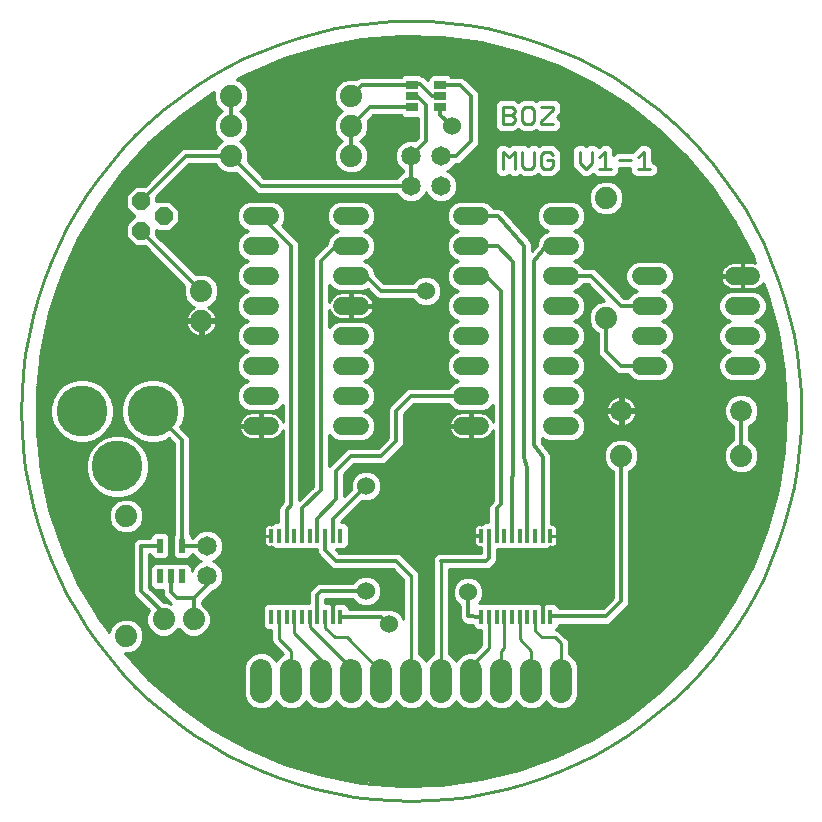
<source format=gtl>
G75*
G70*
%OFA0B0*%
%FSLAX24Y24*%
%IPPOS*%
%LPD*%
%AMOC8*
5,1,8,0,0,1.08239X$1,22.5*
%
%ADD10C,0.0100*%
%ADD11C,0.0110*%
%ADD12R,0.0157X0.0472*%
%ADD13C,0.0600*%
%ADD14C,0.0740*%
%ADD15C,0.0720*%
%ADD16R,0.0217X0.0472*%
%ADD17OC8,0.0600*%
%ADD18R,0.0394X0.0276*%
%ADD19C,0.0650*%
%ADD20C,0.1700*%
%ADD21C,0.0740*%
%ADD22C,0.0595*%
%ADD23C,0.0120*%
%ADD24C,0.0600*%
D10*
X005239Y004793D02*
X008982Y004793D01*
X009010Y004860D02*
X008922Y004647D01*
X008922Y003676D01*
X009010Y003463D01*
X009173Y003300D01*
X009386Y003211D01*
X009617Y003211D01*
X009830Y003300D01*
X009993Y003463D01*
X010002Y003483D01*
X010010Y003463D01*
X010173Y003300D01*
X010386Y003211D01*
X010617Y003211D01*
X010830Y003300D01*
X010993Y003463D01*
X011002Y003483D01*
X011010Y003463D01*
X011173Y003300D01*
X011386Y003211D01*
X011617Y003211D01*
X011830Y003300D01*
X011993Y003463D01*
X012002Y003483D01*
X012010Y003463D01*
X012173Y003300D01*
X012386Y003211D01*
X012617Y003211D01*
X012830Y003300D01*
X012993Y003463D01*
X013002Y003483D01*
X013010Y003463D01*
X013173Y003300D01*
X013386Y003211D01*
X013617Y003211D01*
X013830Y003300D01*
X013993Y003463D01*
X014002Y003483D01*
X014010Y003463D01*
X014173Y003300D01*
X014386Y003211D01*
X014617Y003211D01*
X014830Y003300D01*
X014993Y003463D01*
X015002Y003483D01*
X015010Y003463D01*
X015173Y003300D01*
X015386Y003211D01*
X015617Y003211D01*
X015830Y003300D01*
X015993Y003463D01*
X016002Y003483D01*
X016010Y003463D01*
X016173Y003300D01*
X016386Y003211D01*
X016617Y003211D01*
X016830Y003300D01*
X016993Y003463D01*
X017002Y003483D01*
X017010Y003463D01*
X017173Y003300D01*
X017386Y003211D01*
X017617Y003211D01*
X017830Y003300D01*
X017993Y003463D01*
X018002Y003483D01*
X018010Y003463D01*
X018173Y003300D01*
X018386Y003211D01*
X018617Y003211D01*
X018830Y003300D01*
X018993Y003463D01*
X019002Y003483D01*
X019010Y003463D01*
X019173Y003300D01*
X019386Y003211D01*
X019617Y003211D01*
X019830Y003300D01*
X019993Y003463D01*
X020082Y003676D01*
X020082Y004647D01*
X019993Y004860D01*
X019830Y005023D01*
X019762Y005051D01*
X019762Y005463D01*
X019722Y005559D01*
X019649Y005632D01*
X019449Y005832D01*
X019353Y005871D01*
X019324Y005871D01*
X019432Y005980D01*
X019432Y006041D01*
X021055Y006041D01*
X021155Y006082D01*
X021231Y006158D01*
X021731Y006658D01*
X021772Y006758D01*
X021772Y006865D01*
X021772Y011145D01*
X021830Y011170D01*
X021993Y011333D01*
X022082Y011546D01*
X022082Y011777D01*
X021993Y011990D01*
X021830Y012153D01*
X021617Y012241D01*
X021386Y012241D01*
X021173Y012153D01*
X021010Y011990D01*
X020922Y011777D01*
X020922Y011546D01*
X021010Y011333D01*
X021173Y011170D01*
X021232Y011145D01*
X021232Y006923D01*
X020890Y006581D01*
X019432Y006581D01*
X019432Y006626D01*
X019309Y006749D01*
X018978Y006749D01*
X018918Y006689D01*
X018888Y006689D01*
X018888Y006659D01*
X018888Y006659D01*
X018887Y006659D01*
X018887Y006689D01*
X018857Y006689D01*
X018797Y006749D01*
X018541Y006749D01*
X018286Y006749D01*
X018030Y006749D01*
X017774Y006749D01*
X017518Y006749D01*
X017262Y006749D01*
X017006Y006749D01*
X016761Y006749D01*
X016834Y006822D01*
X016912Y007010D01*
X016912Y007213D01*
X016834Y007400D01*
X016691Y007544D01*
X016503Y007621D01*
X016300Y007621D01*
X016113Y007544D01*
X015969Y007400D01*
X015892Y007213D01*
X015892Y007010D01*
X015969Y006822D01*
X016113Y006679D01*
X016132Y006671D01*
X016132Y006313D01*
X016131Y006263D01*
X016132Y006260D01*
X016132Y006258D01*
X016152Y006210D01*
X016170Y006163D01*
X016172Y006161D01*
X016173Y006158D01*
X016209Y006122D01*
X016244Y006085D01*
X016247Y006084D01*
X016249Y006082D01*
X016296Y006063D01*
X016343Y006042D01*
X016346Y006042D01*
X016348Y006041D01*
X016399Y006041D01*
X016552Y006038D01*
X016552Y005980D01*
X016675Y005857D01*
X016836Y005857D01*
X016836Y005363D01*
X016584Y005111D01*
X016386Y005111D01*
X016173Y005023D01*
X016010Y004860D01*
X016002Y004840D01*
X015993Y004860D01*
X015830Y005023D01*
X015762Y005051D01*
X015762Y007891D01*
X017055Y007891D01*
X017155Y007932D01*
X017231Y008008D01*
X017325Y008103D01*
X017366Y008202D01*
X017366Y008309D01*
X017366Y008554D01*
X017518Y008554D01*
X017774Y008554D01*
X018030Y008554D01*
X018286Y008554D01*
X018541Y008554D01*
X018722Y008554D01*
X019053Y008554D01*
X019113Y008614D01*
X019143Y008614D01*
X019143Y008644D01*
X019144Y008644D01*
X019144Y008614D01*
X019242Y008614D01*
X019280Y008624D01*
X019314Y008644D01*
X019342Y008671D01*
X019362Y008706D01*
X019372Y008744D01*
X019372Y009000D01*
X019372Y009256D01*
X019362Y009294D01*
X019342Y009328D01*
X019314Y009356D01*
X019280Y009376D01*
X019242Y009386D01*
X019172Y009386D01*
X019172Y011592D01*
X019177Y011626D01*
X019172Y011645D01*
X019172Y011665D01*
X019158Y011697D01*
X019150Y011730D01*
X019138Y011746D01*
X019131Y011764D01*
X019106Y011789D01*
X020927Y011789D01*
X020922Y011691D02*
X019161Y011691D01*
X019172Y011592D02*
X020922Y011592D01*
X020943Y011494D02*
X019172Y011494D01*
X019172Y011395D02*
X020984Y011395D01*
X021046Y011297D02*
X019172Y011297D01*
X019172Y011198D02*
X021145Y011198D01*
X021232Y011100D02*
X019172Y011100D01*
X019172Y011001D02*
X021232Y011001D01*
X021232Y010902D02*
X019172Y010902D01*
X019172Y010804D02*
X021232Y010804D01*
X021232Y010705D02*
X019172Y010705D01*
X019172Y010607D02*
X021232Y010607D01*
X021232Y010508D02*
X019172Y010508D01*
X019172Y010410D02*
X021232Y010410D01*
X021232Y010311D02*
X019172Y010311D01*
X019172Y010213D02*
X021232Y010213D01*
X021232Y010114D02*
X019172Y010114D01*
X019172Y010016D02*
X021232Y010016D01*
X021232Y009917D02*
X019172Y009917D01*
X019172Y009819D02*
X021232Y009819D01*
X021232Y009720D02*
X019172Y009720D01*
X019172Y009621D02*
X021232Y009621D01*
X021232Y009523D02*
X019172Y009523D01*
X019172Y009424D02*
X021232Y009424D01*
X021232Y009326D02*
X019344Y009326D01*
X019372Y009227D02*
X021232Y009227D01*
X021232Y009129D02*
X019372Y009129D01*
X019372Y009030D02*
X021232Y009030D01*
X021232Y008932D02*
X019372Y008932D01*
X019372Y009000D02*
X019176Y009000D01*
X019372Y009000D01*
X019372Y008833D02*
X021232Y008833D01*
X021232Y008735D02*
X019370Y008735D01*
X019301Y008636D02*
X021232Y008636D01*
X021232Y008537D02*
X017366Y008537D01*
X017366Y008439D02*
X021232Y008439D01*
X021232Y008340D02*
X017366Y008340D01*
X017366Y008242D02*
X021232Y008242D01*
X021232Y008143D02*
X017342Y008143D01*
X017267Y008045D02*
X021232Y008045D01*
X021232Y007946D02*
X017168Y007946D01*
X016826Y008431D02*
X015448Y008431D01*
X015349Y008390D01*
X015273Y008314D01*
X015232Y008215D01*
X015232Y008108D01*
X015242Y008083D01*
X015242Y005051D01*
X015173Y005023D01*
X015010Y004860D01*
X015002Y004840D01*
X014993Y004860D01*
X014830Y005023D01*
X014762Y005051D01*
X014762Y007583D01*
X014772Y007608D01*
X014772Y007715D01*
X014731Y007814D01*
X014155Y008390D01*
X014055Y008431D01*
X013948Y008431D01*
X012114Y008431D01*
X011991Y008554D01*
X012309Y008554D01*
X012432Y008677D01*
X012432Y009323D01*
X012309Y009446D01*
X012172Y009446D01*
X012172Y009449D01*
X012881Y010159D01*
X012900Y010151D01*
X013103Y010151D01*
X013291Y010229D01*
X013434Y010372D01*
X013512Y010560D01*
X013512Y010763D01*
X013434Y010950D01*
X013291Y011094D01*
X013103Y011171D01*
X012900Y011171D01*
X012713Y011094D01*
X012569Y010950D01*
X012492Y010763D01*
X012492Y010560D01*
X012500Y010541D01*
X012272Y010313D01*
X012272Y011049D01*
X012614Y011391D01*
X013555Y011391D01*
X013655Y011432D01*
X013731Y011508D01*
X013731Y011508D01*
X014231Y012008D01*
X014272Y012108D01*
X014272Y012215D01*
X014272Y013049D01*
X014614Y013391D01*
X015762Y013391D01*
X015769Y013372D01*
X015913Y013229D01*
X016100Y013151D01*
X016903Y013151D01*
X017091Y013229D01*
X017232Y013370D01*
X017232Y012794D01*
X017219Y012834D01*
X017187Y012897D01*
X017145Y012954D01*
X017095Y013004D01*
X017038Y013046D01*
X016974Y013078D01*
X016907Y013100D01*
X016837Y013111D01*
X016532Y013111D01*
X016532Y012691D01*
X016472Y012691D01*
X016471Y012691D02*
X016471Y012631D01*
X015752Y012631D01*
X015752Y012626D01*
X015763Y012556D01*
X015785Y012489D01*
X015817Y012425D01*
X015858Y012368D01*
X015909Y012318D01*
X015966Y012276D01*
X016029Y012244D01*
X016096Y012222D01*
X016166Y012211D01*
X016472Y012211D01*
X016472Y012631D01*
X016532Y012631D01*
X016532Y012211D01*
X016837Y012211D01*
X016907Y012222D01*
X016974Y012244D01*
X017038Y012276D01*
X017095Y012318D01*
X017145Y012368D01*
X017187Y012425D01*
X017219Y012489D01*
X017232Y012529D01*
X017232Y010173D01*
X017123Y010064D01*
X017082Y009965D01*
X017082Y009858D01*
X017082Y009446D01*
X016930Y009446D01*
X016870Y009386D01*
X016840Y009386D01*
X016742Y009386D01*
X016704Y009376D01*
X016669Y009356D01*
X016642Y009328D01*
X016622Y009294D01*
X016612Y009256D01*
X016612Y009000D01*
X016807Y009000D01*
X016807Y009000D01*
X016612Y009000D01*
X016612Y008744D01*
X016622Y008706D01*
X016642Y008671D01*
X016669Y008644D01*
X016704Y008624D01*
X016742Y008614D01*
X016826Y008614D01*
X016826Y008431D01*
X016826Y008439D02*
X012106Y008439D01*
X012007Y008537D02*
X016826Y008537D01*
X016683Y008636D02*
X012392Y008636D01*
X012432Y008735D02*
X016614Y008735D01*
X016612Y008833D02*
X012432Y008833D01*
X012432Y008932D02*
X016612Y008932D01*
X016612Y009030D02*
X012432Y009030D01*
X012432Y009129D02*
X016612Y009129D01*
X016612Y009227D02*
X012432Y009227D01*
X012429Y009326D02*
X016640Y009326D01*
X016840Y009356D02*
X016840Y009386D01*
X016840Y009356D01*
X016840Y009356D01*
X016909Y009424D02*
X012331Y009424D01*
X012245Y009523D02*
X017082Y009523D01*
X017082Y009621D02*
X012344Y009621D01*
X012442Y009720D02*
X017082Y009720D01*
X017082Y009819D02*
X012541Y009819D01*
X012639Y009917D02*
X017082Y009917D01*
X017103Y010016D02*
X012738Y010016D01*
X012836Y010114D02*
X017173Y010114D01*
X017232Y010213D02*
X013251Y010213D01*
X013373Y010311D02*
X017232Y010311D01*
X017232Y010410D02*
X013450Y010410D01*
X013490Y010508D02*
X017232Y010508D01*
X017232Y010607D02*
X013512Y010607D01*
X013512Y010705D02*
X017232Y010705D01*
X017232Y010804D02*
X013495Y010804D01*
X013454Y010902D02*
X017232Y010902D01*
X017232Y011001D02*
X013383Y011001D01*
X013276Y011100D02*
X017232Y011100D01*
X017232Y011198D02*
X012420Y011198D01*
X012322Y011100D02*
X012727Y011100D01*
X012620Y011001D02*
X012272Y011001D01*
X012272Y010902D02*
X012550Y010902D01*
X012509Y010804D02*
X012272Y010804D01*
X012272Y010705D02*
X012492Y010705D01*
X012492Y010607D02*
X012272Y010607D01*
X012272Y010508D02*
X012467Y010508D01*
X012368Y010410D02*
X012272Y010410D01*
X012519Y011297D02*
X017232Y011297D01*
X017232Y011395D02*
X013565Y011395D01*
X013716Y011494D02*
X017232Y011494D01*
X017232Y011592D02*
X013815Y011592D01*
X013913Y011691D02*
X017232Y011691D01*
X017232Y011789D02*
X014012Y011789D01*
X014110Y011888D02*
X017232Y011888D01*
X017232Y011986D02*
X014209Y011986D01*
X014262Y012085D02*
X017232Y012085D01*
X017232Y012184D02*
X014272Y012184D01*
X014272Y012282D02*
X015958Y012282D01*
X015849Y012381D02*
X014272Y012381D01*
X014272Y012479D02*
X015789Y012479D01*
X015759Y012578D02*
X014272Y012578D01*
X014272Y012676D02*
X016471Y012676D01*
X016471Y012691D02*
X015752Y012691D01*
X015752Y012697D01*
X015763Y012767D01*
X015785Y012834D01*
X015817Y012897D01*
X015858Y012954D01*
X015909Y013004D01*
X015966Y013046D01*
X016029Y013078D01*
X016096Y013100D01*
X016166Y013111D01*
X016472Y013111D01*
X016472Y012691D01*
X016472Y012775D02*
X016532Y012775D01*
X016532Y012873D02*
X016472Y012873D01*
X016472Y012972D02*
X016532Y012972D01*
X016532Y013070D02*
X016472Y013070D01*
X016057Y013169D02*
X014391Y013169D01*
X001502Y013161D02*
X001518Y013799D01*
X001565Y014435D01*
X001643Y015068D01*
X001752Y015697D01*
X001892Y016320D01*
X002062Y016935D01*
X002262Y017541D01*
X002492Y018136D01*
X002750Y018719D01*
X003037Y019289D01*
X003352Y019844D01*
X003693Y020383D01*
X004060Y020905D01*
X004453Y021408D01*
X004870Y021891D01*
X005310Y022353D01*
X005772Y022793D01*
X006255Y023210D01*
X006758Y023603D01*
X007280Y023970D01*
X007819Y024311D01*
X008374Y024626D01*
X008944Y024913D01*
X009527Y025171D01*
X010122Y025401D01*
X010728Y025601D01*
X011343Y025771D01*
X011966Y025911D01*
X012595Y026020D01*
X013228Y026098D01*
X013864Y026145D01*
X014502Y026161D01*
X015140Y026145D01*
X015776Y026098D01*
X016409Y026020D01*
X017038Y025911D01*
X017661Y025771D01*
X018276Y025601D01*
X018882Y025401D01*
X019477Y025171D01*
X020060Y024913D01*
X020630Y024626D01*
X021185Y024311D01*
X021724Y023970D01*
X022246Y023603D01*
X022749Y023210D01*
X023232Y022793D01*
X023694Y022353D01*
X024134Y021891D01*
X024551Y021408D01*
X024944Y020905D01*
X025311Y020383D01*
X025652Y019844D01*
X025967Y019289D01*
X026254Y018719D01*
X026512Y018136D01*
X026742Y017541D01*
X026942Y016935D01*
X027112Y016320D01*
X027252Y015697D01*
X027361Y015068D01*
X027439Y014435D01*
X027486Y013799D01*
X027502Y013161D01*
X027486Y012523D01*
X027439Y011887D01*
X027361Y011254D01*
X027252Y010625D01*
X027112Y010002D01*
X026942Y009387D01*
X026742Y008781D01*
X026512Y008186D01*
X026254Y007603D01*
X025967Y007033D01*
X025652Y006478D01*
X025311Y005939D01*
X024944Y005417D01*
X024551Y004914D01*
X024134Y004431D01*
X023694Y003969D01*
X023232Y003529D01*
X022749Y003112D01*
X022246Y002719D01*
X021724Y002352D01*
X021185Y002011D01*
X020630Y001696D01*
X020060Y001409D01*
X019477Y001151D01*
X018882Y000921D01*
X018276Y000721D01*
X017661Y000551D01*
X017038Y000411D01*
X016409Y000302D01*
X015776Y000224D01*
X015140Y000177D01*
X014502Y000161D01*
X013864Y000177D01*
X013228Y000224D01*
X012595Y000302D01*
X011966Y000411D01*
X011343Y000551D01*
X010728Y000721D01*
X010122Y000921D01*
X009527Y001151D01*
X008944Y001409D01*
X008374Y001696D01*
X007819Y002011D01*
X007280Y002352D01*
X006758Y002719D01*
X006255Y003112D01*
X005772Y003529D01*
X005310Y003969D01*
X004870Y004431D01*
X004453Y004914D01*
X004060Y005417D01*
X003693Y005939D01*
X003352Y006478D01*
X003037Y007033D01*
X002750Y007603D01*
X002492Y008186D01*
X002262Y008781D01*
X002062Y009387D01*
X001892Y010002D01*
X001752Y010625D01*
X001643Y011254D01*
X001565Y011887D01*
X001518Y012523D01*
X001502Y013161D01*
X002019Y013169D02*
X002473Y013169D01*
X002473Y013268D02*
X002019Y013268D01*
X002019Y013366D02*
X002491Y013366D01*
X002473Y013301D02*
X002473Y013022D01*
X002545Y012752D01*
X002685Y012510D01*
X002882Y012313D01*
X003124Y012174D01*
X003394Y012101D01*
X003673Y012101D01*
X003942Y012174D01*
X004184Y012313D01*
X004381Y012510D01*
X004521Y012752D01*
X004593Y013022D01*
X004593Y013301D01*
X004521Y013570D01*
X004381Y013812D01*
X004184Y014009D01*
X003942Y014149D01*
X003673Y014221D01*
X003394Y014221D01*
X003124Y014149D01*
X002882Y014009D01*
X002685Y013812D01*
X002545Y013570D01*
X002473Y013301D01*
X002517Y013465D02*
X002019Y013465D01*
X002019Y013563D02*
X002544Y013563D01*
X002598Y013662D02*
X002019Y013662D01*
X002019Y013760D02*
X002655Y013760D01*
X002732Y013859D02*
X002023Y013859D01*
X002019Y013826D02*
X002161Y015150D01*
X002442Y016450D01*
X002860Y017713D01*
X003410Y018925D01*
X004085Y020071D01*
X004879Y021139D01*
X005781Y022117D01*
X006783Y022993D01*
X007871Y023758D01*
X007927Y023789D01*
X007922Y023777D01*
X007922Y023546D01*
X008010Y023333D01*
X008173Y023170D01*
X008193Y023161D01*
X008173Y023153D01*
X008010Y022990D01*
X007922Y022777D01*
X007922Y022546D01*
X008010Y022333D01*
X008173Y022170D01*
X008193Y022161D01*
X008173Y022153D01*
X008010Y021990D01*
X007986Y021931D01*
X007055Y021931D01*
X006948Y021931D01*
X006849Y021890D01*
X005630Y020671D01*
X005290Y020671D01*
X004992Y020372D01*
X004992Y019950D01*
X005281Y019661D01*
X004992Y019372D01*
X004992Y018950D01*
X005290Y018651D01*
X005630Y018651D01*
X006946Y017335D01*
X006922Y017277D01*
X006922Y017046D01*
X007010Y016833D01*
X007173Y016670D01*
X007273Y016628D01*
X007229Y016606D01*
X007163Y016558D01*
X007105Y016500D01*
X007057Y016434D01*
X007020Y016361D01*
X006995Y016283D01*
X006983Y016211D01*
X007452Y016211D01*
X007452Y016111D01*
X007552Y016111D01*
X007552Y016211D01*
X008020Y016211D01*
X008009Y016283D01*
X007984Y016361D01*
X007946Y016434D01*
X007898Y016500D01*
X007840Y016558D01*
X007774Y016606D01*
X007730Y016628D01*
X007830Y016670D01*
X007993Y016833D01*
X008082Y017046D01*
X008082Y017277D01*
X007993Y017490D01*
X007830Y017653D01*
X007617Y017741D01*
X007386Y017741D01*
X007328Y017717D01*
X006012Y019033D01*
X006012Y019180D01*
X006040Y019151D01*
X006463Y019151D01*
X006762Y019450D01*
X006762Y019872D01*
X006463Y020171D01*
X006040Y020171D01*
X006012Y020142D01*
X006012Y020289D01*
X007114Y021391D01*
X007986Y021391D01*
X008010Y021333D01*
X008173Y021170D01*
X008386Y021081D01*
X008617Y021081D01*
X008676Y021106D01*
X009349Y020432D01*
X009448Y020391D01*
X009555Y020391D01*
X014034Y020391D01*
X014048Y020358D01*
X014199Y020208D01*
X014395Y020126D01*
X014608Y020126D01*
X014805Y020208D01*
X014955Y020358D01*
X015002Y020470D01*
X015048Y020358D01*
X015199Y020208D01*
X015395Y020126D01*
X015608Y020126D01*
X015805Y020208D01*
X015955Y020358D01*
X016037Y020555D01*
X016037Y020768D01*
X015955Y020964D01*
X015805Y021115D01*
X015693Y021161D01*
X015805Y021208D01*
X015955Y021358D01*
X015969Y021391D01*
X016055Y021391D01*
X016155Y021432D01*
X016231Y021508D01*
X016731Y022008D01*
X016772Y022108D01*
X016772Y022215D01*
X016772Y023715D01*
X016731Y023814D01*
X016655Y023890D01*
X016655Y023890D01*
X016281Y024264D01*
X016181Y024305D01*
X016074Y024305D01*
X015836Y024305D01*
X015758Y024383D01*
X015190Y024383D01*
X015067Y024260D01*
X015067Y024177D01*
X015031Y024214D01*
X014955Y024290D01*
X014872Y024324D01*
X014813Y024383D01*
X014245Y024383D01*
X014168Y024305D01*
X012929Y024305D01*
X012822Y024305D01*
X012723Y024264D01*
X012676Y024217D01*
X012617Y024241D01*
X012386Y024241D01*
X012173Y024153D01*
X012010Y023990D01*
X011922Y023777D01*
X011922Y023546D01*
X012010Y023333D01*
X012173Y023170D01*
X012193Y023161D01*
X012173Y023153D01*
X012010Y022990D01*
X011922Y022777D01*
X011922Y022546D01*
X012010Y022333D01*
X012173Y022170D01*
X012193Y022161D01*
X012173Y022153D01*
X012010Y021990D01*
X011922Y021777D01*
X011922Y021546D01*
X012010Y021333D01*
X012173Y021170D01*
X012386Y021081D01*
X012617Y021081D01*
X012830Y021170D01*
X012993Y021333D01*
X013082Y021546D01*
X013082Y021777D01*
X012993Y021990D01*
X012830Y022153D01*
X012810Y022161D01*
X012830Y022170D01*
X012993Y022333D01*
X013082Y022546D01*
X013082Y022777D01*
X013057Y022835D01*
X013240Y023017D01*
X014168Y023017D01*
X014245Y022939D01*
X014732Y022939D01*
X014732Y022273D01*
X014641Y022183D01*
X014608Y022196D01*
X014395Y022196D01*
X014199Y022115D01*
X014048Y021964D01*
X013967Y021768D01*
X013967Y021555D01*
X014048Y021358D01*
X014199Y021208D01*
X014232Y021194D01*
X014232Y021128D01*
X014199Y021115D01*
X014048Y020964D01*
X014034Y020931D01*
X009614Y020931D01*
X009057Y021487D01*
X009082Y021546D01*
X009082Y021777D01*
X008993Y021990D01*
X008830Y022153D01*
X008810Y022161D01*
X008830Y022170D01*
X008993Y022333D01*
X009082Y022546D01*
X009082Y022777D01*
X008993Y022990D01*
X008830Y023153D01*
X008810Y023161D01*
X008830Y023170D01*
X008993Y023333D01*
X009082Y023546D01*
X009082Y023777D01*
X008993Y023990D01*
X008830Y024153D01*
X008690Y024211D01*
X009035Y024403D01*
X010261Y024920D01*
X011535Y025304D01*
X012843Y025551D01*
X014169Y025657D01*
X015499Y025621D01*
X016818Y025445D01*
X018110Y025129D01*
X019362Y024678D01*
X020559Y024096D01*
X021687Y023390D01*
X022733Y022568D01*
X023686Y021640D01*
X024536Y020616D01*
X025271Y019507D01*
X025885Y018326D01*
X025977Y018090D01*
X025954Y018098D01*
X025884Y018109D01*
X025580Y018109D01*
X025580Y017690D01*
X025523Y017690D01*
X025523Y018109D01*
X025219Y018109D01*
X025149Y018098D01*
X025082Y018076D01*
X025020Y018044D01*
X024963Y018003D01*
X024913Y017953D01*
X024872Y017896D01*
X024840Y017833D01*
X024818Y017766D01*
X024807Y017696D01*
X024807Y017690D01*
X025523Y017690D01*
X025523Y017632D01*
X025580Y017632D01*
X025580Y017214D01*
X025884Y017214D01*
X025954Y017225D01*
X026021Y017247D01*
X026084Y017279D01*
X026141Y017320D01*
X026191Y017370D01*
X026232Y017427D01*
X026234Y017432D01*
X026369Y017087D01*
X026719Y015804D01*
X026931Y014490D01*
X027002Y013161D01*
X026931Y011833D01*
X026719Y010519D01*
X026369Y009235D01*
X025885Y007996D01*
X025271Y006815D01*
X024536Y005707D01*
X023686Y004682D01*
X022733Y003754D01*
X021687Y002932D01*
X020559Y002227D01*
X019362Y001645D01*
X018110Y001193D01*
X016818Y000878D01*
X015499Y000701D01*
X014169Y000666D01*
X012843Y000772D01*
X011535Y001018D01*
X010261Y001402D01*
X009035Y001920D01*
X007871Y002565D01*
X006783Y003329D01*
X005781Y004206D01*
X004973Y005081D01*
X005117Y005081D01*
X005330Y005170D01*
X005493Y005333D01*
X005582Y005546D01*
X005582Y005777D01*
X005493Y005990D01*
X005330Y006153D01*
X005117Y006241D01*
X004886Y006241D01*
X004673Y006153D01*
X004510Y005990D01*
X004428Y005791D01*
X004085Y006251D01*
X003410Y007398D01*
X002860Y008609D01*
X002442Y009872D01*
X002161Y011173D01*
X002019Y012496D01*
X002019Y013826D01*
X002033Y013957D02*
X002830Y013957D01*
X002963Y014056D02*
X002044Y014056D01*
X002054Y014154D02*
X003144Y014154D01*
X003922Y014154D02*
X005507Y014154D01*
X005486Y014149D02*
X005245Y014009D01*
X005047Y013812D01*
X004908Y013570D01*
X004835Y013301D01*
X004835Y013022D01*
X004908Y012752D01*
X005047Y012510D01*
X005245Y012313D01*
X005486Y012174D01*
X005756Y012101D01*
X006035Y012101D01*
X006305Y012174D01*
X006429Y012246D01*
X006606Y012069D01*
X006606Y009044D01*
X006557Y008996D01*
X006557Y008350D01*
X006680Y008227D01*
X007071Y008227D01*
X007194Y008350D01*
X007194Y008391D01*
X007234Y008391D01*
X007248Y008358D01*
X007399Y008208D01*
X007511Y008161D01*
X007399Y008115D01*
X007248Y007964D01*
X007194Y007833D01*
X007194Y007973D01*
X007071Y008096D01*
X006680Y008096D01*
X006306Y008096D01*
X005932Y008096D01*
X005809Y007973D01*
X005809Y007326D01*
X005932Y007203D01*
X006232Y007203D01*
X006232Y007058D01*
X006273Y006958D01*
X006349Y006882D01*
X006492Y006740D01*
X006367Y006791D01*
X006254Y006791D01*
X005772Y007273D01*
X005772Y008391D01*
X005809Y008391D01*
X005809Y008350D01*
X005932Y008227D01*
X006323Y008227D01*
X006446Y008350D01*
X006446Y008996D01*
X006323Y009119D01*
X005932Y009119D01*
X005809Y008996D01*
X005809Y008931D01*
X005448Y008931D01*
X005349Y008890D01*
X005273Y008814D01*
X005232Y008715D01*
X005232Y008608D01*
X005232Y007108D01*
X005273Y007008D01*
X005349Y006932D01*
X005755Y006527D01*
X005672Y006327D01*
X005672Y006096D01*
X005760Y005883D01*
X005923Y005720D01*
X006136Y005631D01*
X006367Y005631D01*
X006580Y005720D01*
X006743Y005883D01*
X006752Y005903D01*
X006760Y005883D01*
X006923Y005720D01*
X007136Y005631D01*
X007367Y005631D01*
X007580Y005720D01*
X007743Y005883D01*
X007832Y006096D01*
X007832Y006327D01*
X007743Y006540D01*
X007580Y006703D01*
X007522Y006727D01*
X007522Y006799D01*
X007855Y007132D01*
X007877Y007155D01*
X008005Y007208D01*
X008155Y007358D01*
X008237Y007555D01*
X008237Y007768D01*
X008155Y007964D01*
X008005Y008115D01*
X007893Y008161D01*
X008005Y008208D01*
X008155Y008358D01*
X008237Y008555D01*
X008237Y008768D01*
X008155Y008964D01*
X008005Y009115D01*
X007808Y009196D01*
X007595Y009196D01*
X007399Y009115D01*
X007248Y008964D01*
X007234Y008931D01*
X007194Y008931D01*
X007194Y008996D01*
X007146Y009044D01*
X007146Y012127D01*
X007146Y012235D01*
X007105Y012334D01*
X006811Y012627D01*
X006883Y012752D01*
X006955Y013022D01*
X006955Y013301D01*
X006883Y013570D01*
X006744Y013812D01*
X006546Y014009D01*
X006305Y014149D01*
X006035Y014221D01*
X005756Y014221D01*
X005486Y014149D01*
X005325Y014056D02*
X004104Y014056D01*
X004236Y013957D02*
X005192Y013957D01*
X005094Y013859D02*
X004335Y013859D01*
X004411Y013760D02*
X005017Y013760D01*
X004960Y013662D02*
X004468Y013662D01*
X004523Y013563D02*
X004906Y013563D01*
X004879Y013465D02*
X004549Y013465D01*
X004576Y013366D02*
X004853Y013366D01*
X004835Y013268D02*
X004593Y013268D01*
X004593Y013169D02*
X004835Y013169D01*
X004835Y013070D02*
X004593Y013070D01*
X004580Y012972D02*
X004849Y012972D01*
X004875Y012873D02*
X004553Y012873D01*
X004527Y012775D02*
X004902Y012775D01*
X004951Y012676D02*
X004477Y012676D01*
X004420Y012578D02*
X005008Y012578D01*
X005078Y012479D02*
X004350Y012479D01*
X004252Y012381D02*
X005177Y012381D01*
X005123Y012299D02*
X004854Y012371D01*
X004575Y012371D01*
X004305Y012299D01*
X004063Y012159D01*
X003866Y011962D01*
X003727Y011720D01*
X003654Y011450D01*
X003654Y011171D01*
X003727Y010902D01*
X003866Y010660D01*
X004063Y010463D01*
X004305Y010323D01*
X004575Y010251D01*
X004854Y010251D01*
X005123Y010323D01*
X005365Y010463D01*
X005563Y010660D01*
X005702Y010902D01*
X005774Y011171D01*
X005774Y011450D01*
X005702Y011720D01*
X005563Y011962D01*
X005365Y012159D01*
X005123Y012299D01*
X005152Y012282D02*
X005298Y012282D01*
X005323Y012184D02*
X005469Y012184D01*
X005439Y012085D02*
X006590Y012085D01*
X006606Y011986D02*
X005538Y011986D01*
X005605Y011888D02*
X006606Y011888D01*
X006606Y011789D02*
X005662Y011789D01*
X005710Y011691D02*
X006606Y011691D01*
X006606Y011592D02*
X005736Y011592D01*
X005763Y011494D02*
X006606Y011494D01*
X006606Y011395D02*
X005774Y011395D01*
X005774Y011297D02*
X006606Y011297D01*
X006606Y011198D02*
X005774Y011198D01*
X005755Y011100D02*
X006606Y011100D01*
X006606Y011001D02*
X005729Y011001D01*
X005702Y010902D02*
X006606Y010902D01*
X006606Y010804D02*
X005646Y010804D01*
X005589Y010705D02*
X006606Y010705D01*
X006606Y010607D02*
X005509Y010607D01*
X005411Y010508D02*
X006606Y010508D01*
X006606Y010410D02*
X005274Y010410D01*
X005186Y010213D02*
X006606Y010213D01*
X006606Y010311D02*
X005079Y010311D01*
X005117Y010241D02*
X004886Y010241D01*
X004673Y010153D01*
X004510Y009990D01*
X004422Y009777D01*
X004422Y009546D01*
X004510Y009333D01*
X004673Y009170D01*
X004886Y009081D01*
X005117Y009081D01*
X005330Y009170D01*
X005493Y009333D01*
X005582Y009546D01*
X005582Y009777D01*
X005493Y009990D01*
X005330Y010153D01*
X005117Y010241D01*
X005369Y010114D02*
X006606Y010114D01*
X006606Y010016D02*
X005468Y010016D01*
X005524Y009917D02*
X006606Y009917D01*
X006606Y009819D02*
X005564Y009819D01*
X005582Y009720D02*
X006606Y009720D01*
X006606Y009621D02*
X005582Y009621D01*
X005572Y009523D02*
X006606Y009523D01*
X006606Y009424D02*
X005531Y009424D01*
X005486Y009326D02*
X006606Y009326D01*
X006606Y009227D02*
X005388Y009227D01*
X005232Y009129D02*
X006606Y009129D01*
X006591Y009030D02*
X006412Y009030D01*
X006446Y008932D02*
X006557Y008932D01*
X006557Y008833D02*
X006446Y008833D01*
X006446Y008735D02*
X006557Y008735D01*
X006557Y008636D02*
X006446Y008636D01*
X006446Y008537D02*
X006557Y008537D01*
X006557Y008439D02*
X006446Y008439D01*
X006436Y008340D02*
X006567Y008340D01*
X006666Y008242D02*
X006338Y008242D01*
X005917Y008242D02*
X005772Y008242D01*
X005772Y008340D02*
X005819Y008340D01*
X005772Y008143D02*
X007467Y008143D01*
X007365Y008242D02*
X007086Y008242D01*
X007184Y008340D02*
X007266Y008340D01*
X007329Y008045D02*
X007122Y008045D01*
X007194Y007946D02*
X007241Y007946D01*
X007200Y007848D02*
X007194Y007848D01*
X007855Y007132D02*
X007855Y007132D01*
X007884Y007158D02*
X011134Y007158D01*
X011147Y007188D02*
X011106Y007089D01*
X011106Y006982D01*
X011106Y006749D01*
X011030Y006749D01*
X010774Y006749D01*
X010518Y006749D01*
X010262Y006749D01*
X010006Y006749D01*
X009675Y006749D01*
X009552Y006626D01*
X009552Y005980D01*
X009675Y005857D01*
X009836Y005857D01*
X009836Y005618D01*
X009836Y005515D01*
X009876Y005419D01*
X010242Y005054D01*
X010242Y005051D01*
X010173Y005023D01*
X010010Y004860D01*
X010002Y004840D01*
X009993Y004860D01*
X009830Y005023D01*
X009617Y005111D01*
X009386Y005111D01*
X009173Y005023D01*
X009010Y004860D01*
X009042Y004891D02*
X005148Y004891D01*
X005057Y004990D02*
X009140Y004990D01*
X009331Y005088D02*
X005134Y005088D01*
X005348Y005187D02*
X010108Y005187D01*
X010010Y005286D02*
X005446Y005286D01*
X005515Y005384D02*
X009911Y005384D01*
X009850Y005483D02*
X005555Y005483D01*
X005582Y005581D02*
X009836Y005581D01*
X009836Y005680D02*
X007484Y005680D01*
X007639Y005778D02*
X009836Y005778D01*
X009655Y005877D02*
X007737Y005877D01*
X007782Y005975D02*
X009556Y005975D01*
X009552Y006074D02*
X007823Y006074D01*
X007832Y006172D02*
X009552Y006172D01*
X009552Y006271D02*
X007832Y006271D01*
X007814Y006369D02*
X009552Y006369D01*
X009552Y006468D02*
X007773Y006468D01*
X007717Y006567D02*
X009552Y006567D01*
X009591Y006665D02*
X007618Y006665D01*
X007522Y006764D02*
X011106Y006764D01*
X011106Y006862D02*
X007584Y006862D01*
X007683Y006961D02*
X011106Y006961D01*
X011106Y007059D02*
X007782Y007059D01*
X008053Y007256D02*
X011215Y007256D01*
X011273Y007314D02*
X011147Y007188D01*
X011273Y007314D02*
X011349Y007390D01*
X011448Y007431D01*
X012562Y007431D01*
X012569Y007450D01*
X012713Y007594D01*
X012900Y007671D01*
X013103Y007671D01*
X013291Y007594D01*
X013434Y007450D01*
X013512Y007263D01*
X013512Y007060D01*
X013434Y006872D01*
X013291Y006729D01*
X013103Y006651D01*
X012900Y006651D01*
X012713Y006729D01*
X012569Y006872D01*
X012562Y006891D01*
X011646Y006891D01*
X011646Y006749D01*
X011797Y006749D01*
X011857Y006689D01*
X011887Y006689D01*
X011887Y006659D01*
X011888Y006659D01*
X011888Y006659D01*
X011888Y006689D01*
X011918Y006689D01*
X011978Y006749D01*
X012309Y006749D01*
X012432Y006626D01*
X012432Y006573D01*
X013489Y006573D01*
X013538Y006575D01*
X013543Y006573D01*
X013547Y006573D01*
X013593Y006554D01*
X013601Y006551D01*
X013650Y006571D01*
X013853Y006571D01*
X014041Y006494D01*
X014184Y006350D01*
X014242Y006211D01*
X014242Y007539D01*
X013890Y007891D01*
X011948Y007891D01*
X011849Y007932D01*
X011773Y008008D01*
X011403Y008378D01*
X011362Y008478D01*
X011362Y008554D01*
X011286Y008554D01*
X011030Y008554D01*
X010774Y008554D01*
X010518Y008554D01*
X010262Y008554D01*
X009930Y008554D01*
X009870Y008614D01*
X009840Y008614D01*
X009840Y008644D01*
X009840Y008644D01*
X009840Y008614D01*
X009742Y008614D01*
X009704Y008624D01*
X009669Y008644D01*
X009642Y008671D01*
X009622Y008706D01*
X009612Y008744D01*
X009612Y009000D01*
X009807Y009000D01*
X009807Y009000D01*
X009612Y009000D01*
X009612Y009256D01*
X009622Y009294D01*
X009642Y009328D01*
X009669Y009356D01*
X009704Y009376D01*
X009742Y009386D01*
X009840Y009386D01*
X009840Y009356D01*
X009840Y009356D01*
X009840Y009386D01*
X009870Y009386D01*
X009930Y009446D01*
X010082Y009446D01*
X010082Y009915D01*
X010123Y010014D01*
X010199Y010090D01*
X010232Y010123D01*
X010232Y012529D01*
X010219Y012489D01*
X010187Y012425D01*
X010145Y012368D01*
X010095Y012318D01*
X010038Y012276D01*
X009974Y012244D01*
X009907Y012222D01*
X009837Y012211D01*
X009532Y012211D01*
X009532Y012631D01*
X009472Y012631D01*
X009472Y012211D01*
X009166Y012211D01*
X009096Y012222D01*
X009029Y012244D01*
X008966Y012276D01*
X008909Y012318D01*
X008858Y012368D01*
X008817Y012425D01*
X008785Y012489D01*
X008763Y012556D01*
X008752Y012626D01*
X008752Y012631D01*
X009471Y012631D01*
X009471Y012691D01*
X008752Y012691D01*
X008752Y012697D01*
X008763Y012767D01*
X008785Y012834D01*
X008817Y012897D01*
X008858Y012954D01*
X008909Y013004D01*
X008966Y013046D01*
X009029Y013078D01*
X009096Y013100D01*
X009166Y013111D01*
X009472Y013111D01*
X009472Y012691D01*
X009532Y012691D01*
X009532Y013111D01*
X009837Y013111D01*
X009907Y013100D01*
X009974Y013078D01*
X010038Y013046D01*
X010095Y013004D01*
X010145Y012954D01*
X010187Y012897D01*
X010219Y012834D01*
X010232Y012794D01*
X010232Y013370D01*
X010091Y013229D01*
X009903Y013151D01*
X009100Y013151D01*
X008913Y013229D01*
X008769Y013372D01*
X008692Y013560D01*
X008692Y013763D01*
X008769Y013950D01*
X008913Y014094D01*
X009076Y014161D01*
X008913Y014229D01*
X008769Y014372D01*
X008692Y014560D01*
X008692Y014763D01*
X008769Y014950D01*
X008913Y015094D01*
X009076Y015161D01*
X008913Y015229D01*
X008769Y015372D01*
X008692Y015560D01*
X008692Y015763D01*
X008769Y015950D01*
X008913Y016094D01*
X009076Y016161D01*
X008913Y016229D01*
X008769Y016372D01*
X008692Y016560D01*
X008692Y016763D01*
X008769Y016950D01*
X008913Y017094D01*
X009076Y017161D01*
X008913Y017229D01*
X008769Y017372D01*
X008692Y017560D01*
X008692Y017763D01*
X008769Y017950D01*
X008913Y018094D01*
X009076Y018161D01*
X008913Y018229D01*
X008769Y018372D01*
X008692Y018560D01*
X008692Y018763D01*
X008769Y018950D01*
X008913Y019094D01*
X009076Y019161D01*
X008913Y019229D01*
X008769Y019372D01*
X008692Y019560D01*
X008692Y019763D01*
X008769Y019950D01*
X008913Y020094D01*
X009100Y020171D01*
X009903Y020171D01*
X010091Y020094D01*
X010234Y019950D01*
X010312Y019763D01*
X010312Y019560D01*
X010234Y019372D01*
X010203Y019342D01*
X010655Y018890D01*
X010731Y018814D01*
X010772Y018715D01*
X010772Y010205D01*
X011232Y010629D01*
X011232Y018215D01*
X011273Y018314D01*
X011349Y018390D01*
X011692Y018733D01*
X011692Y018763D01*
X011769Y018950D01*
X011913Y019094D01*
X012076Y019161D01*
X011913Y019229D01*
X011769Y019372D01*
X011692Y019560D01*
X011692Y019763D01*
X011769Y019950D01*
X011913Y020094D01*
X012100Y020171D01*
X012903Y020171D01*
X013091Y020094D01*
X013234Y019950D01*
X013312Y019763D01*
X013312Y019560D01*
X013234Y019372D01*
X013091Y019229D01*
X012927Y019161D01*
X013091Y019094D01*
X013234Y018950D01*
X013312Y018763D01*
X013312Y018560D01*
X013234Y018372D01*
X013091Y018229D01*
X012927Y018161D01*
X013091Y018094D01*
X013234Y017950D01*
X013312Y017763D01*
X013312Y017733D01*
X013614Y017431D01*
X014562Y017431D01*
X014569Y017450D01*
X014713Y017594D01*
X014900Y017671D01*
X015103Y017671D01*
X015291Y017594D01*
X015434Y017450D01*
X015512Y017263D01*
X015512Y017060D01*
X015434Y016872D01*
X015291Y016729D01*
X015103Y016651D01*
X014900Y016651D01*
X014713Y016729D01*
X014569Y016872D01*
X014562Y016891D01*
X013555Y016891D01*
X013448Y016891D01*
X013349Y016932D01*
X013064Y017218D01*
X012903Y017151D01*
X012100Y017151D01*
X011913Y017229D01*
X011772Y017370D01*
X011772Y016794D01*
X011785Y016834D01*
X011817Y016897D01*
X011858Y016954D01*
X011909Y017004D01*
X011966Y017046D01*
X012029Y017078D01*
X012096Y017100D01*
X012166Y017111D01*
X012472Y017111D01*
X012472Y016691D01*
X012532Y016691D01*
X013252Y016691D01*
X013252Y016697D01*
X013241Y016767D01*
X013219Y016834D01*
X013187Y016897D01*
X013145Y016954D01*
X013095Y017004D01*
X013038Y017046D01*
X012974Y017078D01*
X012907Y017100D01*
X012837Y017111D01*
X012532Y017111D01*
X012472Y017111D01*
X012532Y017111D02*
X012532Y016691D01*
X012532Y016631D01*
X013252Y016631D01*
X013252Y016626D01*
X013241Y016556D01*
X013219Y016489D01*
X013187Y016425D01*
X013145Y016368D01*
X013095Y016318D01*
X013038Y016276D01*
X012974Y016244D01*
X012907Y016222D01*
X012837Y016211D01*
X012532Y016211D01*
X012532Y016631D01*
X012472Y016631D01*
X012472Y016211D01*
X012166Y016211D01*
X012096Y016222D01*
X012029Y016244D01*
X011966Y016276D01*
X011909Y016318D01*
X011858Y016368D01*
X011817Y016425D01*
X011785Y016489D01*
X011772Y016529D01*
X011772Y015952D01*
X011913Y016094D01*
X012100Y016171D01*
X012903Y016171D01*
X013091Y016094D01*
X013234Y015950D01*
X013312Y015763D01*
X013312Y015560D01*
X013234Y015372D01*
X013091Y015229D01*
X012927Y015161D01*
X013091Y015094D01*
X013234Y014950D01*
X013312Y014763D01*
X013312Y014560D01*
X013234Y014372D01*
X013091Y014229D01*
X012927Y014161D01*
X013091Y014094D01*
X013234Y013950D01*
X013312Y013763D01*
X013312Y013560D01*
X013234Y013372D01*
X013091Y013229D01*
X012927Y013161D01*
X013091Y013094D01*
X013234Y012950D01*
X013312Y012763D01*
X013312Y012560D01*
X013234Y012372D01*
X013091Y012229D01*
X012903Y012151D01*
X012100Y012151D01*
X011913Y012229D01*
X011772Y012370D01*
X011772Y011311D01*
X011773Y011314D01*
X011849Y011390D01*
X012349Y011890D01*
X012448Y011931D01*
X012555Y011931D01*
X013390Y011931D01*
X013732Y012273D01*
X013732Y013215D01*
X013773Y013314D01*
X013849Y013390D01*
X013849Y013390D01*
X014273Y013814D01*
X014273Y013814D01*
X014349Y013890D01*
X014448Y013931D01*
X015762Y013931D01*
X015769Y013950D01*
X015913Y014094D01*
X016076Y014161D01*
X015913Y014229D01*
X015769Y014372D01*
X015692Y014560D01*
X015692Y014763D01*
X015769Y014950D01*
X015913Y015094D01*
X016076Y015161D01*
X015913Y015229D01*
X015769Y015372D01*
X015692Y015560D01*
X015692Y015763D01*
X015769Y015950D01*
X015913Y016094D01*
X016076Y016161D01*
X015913Y016229D01*
X015769Y016372D01*
X015692Y016560D01*
X015692Y016763D01*
X015769Y016950D01*
X015913Y017094D01*
X016076Y017161D01*
X015913Y017229D01*
X015769Y017372D01*
X015692Y017560D01*
X015692Y017763D01*
X015769Y017950D01*
X015913Y018094D01*
X016076Y018161D01*
X015913Y018229D01*
X015769Y018372D01*
X015692Y018560D01*
X015692Y018763D01*
X015769Y018950D01*
X015913Y019094D01*
X016076Y019161D01*
X015913Y019229D01*
X015769Y019372D01*
X015692Y019560D01*
X015692Y019763D01*
X015769Y019950D01*
X015913Y020094D01*
X016100Y020171D01*
X016903Y020171D01*
X017091Y020094D01*
X017234Y019950D01*
X017242Y019931D01*
X017359Y019931D01*
X017370Y019935D01*
X017413Y019931D01*
X017455Y019931D01*
X017466Y019927D01*
X017477Y019926D01*
X017515Y019906D01*
X017555Y019890D01*
X017563Y019882D01*
X017573Y019877D01*
X017600Y019844D01*
X017631Y019814D01*
X017635Y019804D01*
X018450Y018844D01*
X018481Y018814D01*
X018485Y018804D01*
X018492Y018795D01*
X018505Y018754D01*
X018522Y018715D01*
X018522Y018704D01*
X018525Y018693D01*
X018522Y018650D01*
X018522Y018493D01*
X018692Y018706D01*
X018692Y018763D01*
X018769Y018950D01*
X018913Y019094D01*
X019076Y019161D01*
X018913Y019229D01*
X018769Y019372D01*
X018692Y019560D01*
X018692Y019763D01*
X018769Y019950D01*
X018913Y020094D01*
X019100Y020171D01*
X019903Y020171D01*
X020091Y020094D01*
X020234Y019950D01*
X020312Y019763D01*
X020312Y019560D01*
X020234Y019372D01*
X020091Y019229D01*
X019927Y019161D01*
X020091Y019094D01*
X020234Y018950D01*
X020312Y018763D01*
X020312Y018560D01*
X020234Y018372D01*
X020091Y018229D01*
X019927Y018161D01*
X020091Y018094D01*
X020234Y017950D01*
X020242Y017931D01*
X020448Y017931D01*
X020555Y017931D01*
X020655Y017890D01*
X021614Y016931D01*
X021717Y016931D01*
X021724Y016949D01*
X021867Y017091D01*
X022035Y017161D01*
X021867Y017231D01*
X021724Y017374D01*
X021647Y017560D01*
X021647Y017762D01*
X021724Y017949D01*
X021867Y018091D01*
X022053Y018169D01*
X022850Y018169D01*
X023037Y018091D01*
X023179Y017949D01*
X023257Y017762D01*
X023257Y017560D01*
X023179Y017374D01*
X023037Y017231D01*
X022868Y017161D01*
X023037Y017091D01*
X023179Y016949D01*
X023257Y016762D01*
X023257Y016560D01*
X023179Y016374D01*
X023037Y016231D01*
X022868Y016161D01*
X023037Y016091D01*
X023179Y015949D01*
X023257Y015762D01*
X023257Y015560D01*
X023179Y015374D01*
X023037Y015231D01*
X022868Y015161D01*
X023037Y015091D01*
X023179Y014949D01*
X023257Y014762D01*
X023257Y014560D01*
X023179Y014374D01*
X023037Y014231D01*
X022850Y014154D01*
X022053Y014154D01*
X021867Y014231D01*
X021724Y014374D01*
X021717Y014391D01*
X021448Y014391D01*
X021349Y014432D01*
X021273Y014508D01*
X020773Y015008D01*
X020732Y015108D01*
X020732Y015215D01*
X020732Y015745D01*
X020673Y015770D01*
X020510Y015933D01*
X020422Y016146D01*
X020422Y016377D01*
X020510Y016590D01*
X020673Y016753D01*
X020886Y016841D01*
X020940Y016841D01*
X020390Y017391D01*
X020242Y017391D01*
X020234Y017372D01*
X020091Y017229D01*
X019927Y017161D01*
X020091Y017094D01*
X020234Y016950D01*
X020312Y016763D01*
X020312Y016560D01*
X020234Y016372D01*
X020091Y016229D01*
X019927Y016161D01*
X020091Y016094D01*
X020234Y015950D01*
X020312Y015763D01*
X020312Y015560D01*
X020234Y015372D01*
X020091Y015229D01*
X019927Y015161D01*
X020091Y015094D01*
X020234Y014950D01*
X020312Y014763D01*
X020312Y014560D01*
X020234Y014372D01*
X020091Y014229D01*
X019927Y014161D01*
X020091Y014094D01*
X020234Y013950D01*
X020312Y013763D01*
X020312Y013560D01*
X020234Y013372D01*
X020091Y013229D01*
X019927Y013161D01*
X020091Y013094D01*
X020234Y012950D01*
X020312Y012763D01*
X020312Y012560D01*
X020234Y012372D01*
X020091Y012229D01*
X019903Y012151D01*
X019100Y012151D01*
X018913Y012229D01*
X018872Y012270D01*
X018872Y012101D01*
X019106Y011789D01*
X019032Y011888D02*
X020968Y011888D01*
X021009Y011986D02*
X018958Y011986D01*
X018884Y012085D02*
X021105Y012085D01*
X021247Y012184D02*
X019981Y012184D01*
X020144Y012282D02*
X025232Y012282D01*
X025232Y012184D02*
X021756Y012184D01*
X021898Y012085D02*
X025105Y012085D01*
X025173Y012153D02*
X025010Y011990D01*
X024922Y011777D01*
X024922Y011546D01*
X025010Y011333D01*
X025173Y011170D01*
X025386Y011081D01*
X025617Y011081D01*
X025830Y011170D01*
X025993Y011333D01*
X026082Y011546D01*
X026082Y011777D01*
X025993Y011990D01*
X025830Y012153D01*
X025772Y012177D01*
X025772Y012656D01*
X025825Y012678D01*
X025985Y012838D01*
X026072Y013048D01*
X026072Y013275D01*
X025985Y013484D01*
X025825Y013644D01*
X025615Y013731D01*
X025388Y013731D01*
X025179Y013644D01*
X025019Y013484D01*
X024932Y013275D01*
X024932Y013048D01*
X025019Y012838D01*
X025179Y012678D01*
X025232Y012656D01*
X025232Y012177D01*
X025173Y012153D01*
X025009Y011986D02*
X021995Y011986D01*
X022036Y011888D02*
X024968Y011888D01*
X024927Y011789D02*
X022076Y011789D01*
X022082Y011691D02*
X024922Y011691D01*
X024922Y011592D02*
X022082Y011592D01*
X022060Y011494D02*
X024943Y011494D01*
X024984Y011395D02*
X022019Y011395D01*
X021957Y011297D02*
X025046Y011297D01*
X025145Y011198D02*
X021859Y011198D01*
X021772Y011100D02*
X025342Y011100D01*
X025661Y011100D02*
X026813Y011100D01*
X026829Y011198D02*
X025859Y011198D01*
X025957Y011297D02*
X026845Y011297D01*
X026860Y011395D02*
X026019Y011395D01*
X026060Y011494D02*
X026876Y011494D01*
X026892Y011592D02*
X026082Y011592D01*
X026082Y011691D02*
X026908Y011691D01*
X026924Y011789D02*
X026076Y011789D01*
X026036Y011888D02*
X026934Y011888D01*
X026931Y011833D02*
X026931Y011833D01*
X026939Y011986D02*
X025995Y011986D01*
X025898Y012085D02*
X026944Y012085D01*
X026950Y012184D02*
X025772Y012184D01*
X025772Y012282D02*
X026955Y012282D01*
X026960Y012381D02*
X025772Y012381D01*
X025772Y012479D02*
X026965Y012479D01*
X026971Y012578D02*
X025772Y012578D01*
X025820Y012676D02*
X026976Y012676D01*
X026981Y012775D02*
X025921Y012775D01*
X025999Y012873D02*
X026986Y012873D01*
X026992Y012972D02*
X026040Y012972D01*
X026072Y013070D02*
X026997Y013070D01*
X027001Y013169D02*
X026072Y013169D01*
X026072Y013268D02*
X026996Y013268D01*
X026991Y013366D02*
X026034Y013366D01*
X025993Y013465D02*
X026986Y013465D01*
X026980Y013563D02*
X025906Y013563D01*
X025783Y013662D02*
X026975Y013662D01*
X026970Y013760D02*
X020312Y013760D01*
X020312Y013662D02*
X021401Y013662D01*
X021382Y013659D02*
X021306Y013634D01*
X021234Y013597D01*
X021169Y013550D01*
X021113Y013493D01*
X021066Y013429D01*
X021029Y013357D01*
X021004Y013281D01*
X020993Y013211D01*
X021452Y013211D01*
X021452Y013111D01*
X021552Y013111D01*
X021552Y013211D01*
X022010Y013211D01*
X021999Y013281D01*
X021974Y013357D01*
X021938Y013429D01*
X021891Y013493D01*
X021834Y013550D01*
X021769Y013597D01*
X021697Y013634D01*
X021621Y013659D01*
X021552Y013670D01*
X021552Y013211D01*
X021452Y013211D01*
X021452Y013670D01*
X021382Y013659D01*
X021452Y013662D02*
X021552Y013662D01*
X021602Y013662D02*
X025220Y013662D01*
X025098Y013563D02*
X021816Y013563D01*
X021912Y013465D02*
X025010Y013465D01*
X024970Y013366D02*
X021970Y013366D01*
X022001Y013268D02*
X024932Y013268D01*
X024932Y013169D02*
X021552Y013169D01*
X021552Y013111D02*
X022010Y013111D01*
X021999Y013042D01*
X021974Y012965D01*
X021938Y012894D01*
X021891Y012829D01*
X021834Y012772D01*
X021769Y012725D01*
X021697Y012689D01*
X021621Y012664D01*
X021552Y012653D01*
X021552Y013111D01*
X021552Y013070D02*
X021452Y013070D01*
X021452Y013111D02*
X021452Y012653D01*
X021382Y012664D01*
X021306Y012689D01*
X021234Y012725D01*
X021169Y012772D01*
X021113Y012829D01*
X021066Y012894D01*
X021029Y012965D01*
X021004Y013042D01*
X020993Y013111D01*
X021452Y013111D01*
X021452Y013169D02*
X019946Y013169D01*
X020114Y013070D02*
X021000Y013070D01*
X021027Y012972D02*
X020212Y012972D01*
X020266Y012873D02*
X021080Y012873D01*
X021167Y012775D02*
X020307Y012775D01*
X020312Y012676D02*
X021344Y012676D01*
X021452Y012676D02*
X021552Y012676D01*
X021552Y012775D02*
X021452Y012775D01*
X021452Y012873D02*
X021552Y012873D01*
X021552Y012972D02*
X021452Y012972D01*
X021452Y013268D02*
X021552Y013268D01*
X021552Y013366D02*
X021452Y013366D01*
X021452Y013465D02*
X021552Y013465D01*
X021552Y013563D02*
X021452Y013563D01*
X021187Y013563D02*
X020312Y013563D01*
X020272Y013465D02*
X021092Y013465D01*
X021034Y013366D02*
X020228Y013366D01*
X020129Y013268D02*
X021002Y013268D01*
X021659Y012676D02*
X025183Y012676D01*
X025232Y012578D02*
X020312Y012578D01*
X020278Y012479D02*
X025232Y012479D01*
X025232Y012381D02*
X020237Y012381D01*
X019022Y012184D02*
X018872Y012184D01*
X017232Y012282D02*
X017045Y012282D01*
X017154Y012381D02*
X017232Y012381D01*
X017232Y012479D02*
X017214Y012479D01*
X017199Y012873D02*
X017232Y012873D01*
X017232Y012972D02*
X017127Y012972D01*
X017232Y013070D02*
X016990Y013070D01*
X016946Y013169D02*
X017232Y013169D01*
X017232Y013268D02*
X017129Y013268D01*
X017228Y013366D02*
X017232Y013366D01*
X016532Y012578D02*
X016472Y012578D01*
X016472Y012479D02*
X016532Y012479D01*
X016532Y012381D02*
X016472Y012381D01*
X016472Y012282D02*
X016532Y012282D01*
X015765Y012775D02*
X014272Y012775D01*
X014272Y012873D02*
X015805Y012873D01*
X015876Y012972D02*
X014272Y012972D01*
X014293Y013070D02*
X016014Y013070D01*
X015874Y013268D02*
X014490Y013268D01*
X014588Y013366D02*
X015776Y013366D01*
X015777Y013957D02*
X013227Y013957D01*
X013272Y013859D02*
X014317Y013859D01*
X014219Y013760D02*
X013312Y013760D01*
X013312Y013662D02*
X014120Y013662D01*
X014022Y013563D02*
X013312Y013563D01*
X013272Y013465D02*
X013923Y013465D01*
X013825Y013366D02*
X013228Y013366D01*
X013129Y013268D02*
X013754Y013268D01*
X013732Y013169D02*
X012946Y013169D01*
X013114Y013070D02*
X013732Y013070D01*
X013732Y012972D02*
X013212Y012972D01*
X013266Y012873D02*
X013732Y012873D01*
X013732Y012775D02*
X013307Y012775D01*
X013312Y012676D02*
X013732Y012676D01*
X013732Y012578D02*
X013312Y012578D01*
X013278Y012479D02*
X013732Y012479D01*
X013732Y012381D02*
X013237Y012381D01*
X013144Y012282D02*
X013732Y012282D01*
X013642Y012184D02*
X012981Y012184D01*
X013445Y011986D02*
X011772Y011986D01*
X011772Y011888D02*
X012347Y011888D01*
X012248Y011789D02*
X011772Y011789D01*
X011772Y011691D02*
X012149Y011691D01*
X012051Y011592D02*
X011772Y011592D01*
X011772Y011494D02*
X011952Y011494D01*
X011854Y011395D02*
X011772Y011395D01*
X011232Y011395D02*
X010772Y011395D01*
X010772Y011297D02*
X011232Y011297D01*
X011232Y011198D02*
X010772Y011198D01*
X010772Y011100D02*
X011232Y011100D01*
X011232Y011001D02*
X010772Y011001D01*
X010772Y010902D02*
X011232Y010902D01*
X011232Y010804D02*
X010772Y010804D01*
X010772Y010705D02*
X011232Y010705D01*
X011207Y010607D02*
X010772Y010607D01*
X010772Y010508D02*
X011101Y010508D01*
X010994Y010410D02*
X010772Y010410D01*
X010772Y010311D02*
X010887Y010311D01*
X010780Y010213D02*
X010772Y010213D01*
X010232Y010213D02*
X007146Y010213D01*
X007146Y010311D02*
X010232Y010311D01*
X010232Y010410D02*
X007146Y010410D01*
X007146Y010508D02*
X010232Y010508D01*
X010232Y010607D02*
X007146Y010607D01*
X007146Y010705D02*
X010232Y010705D01*
X010232Y010804D02*
X007146Y010804D01*
X007146Y010902D02*
X010232Y010902D01*
X010232Y011001D02*
X007146Y011001D01*
X007146Y011100D02*
X010232Y011100D01*
X010232Y011198D02*
X007146Y011198D01*
X007146Y011297D02*
X010232Y011297D01*
X010232Y011395D02*
X007146Y011395D01*
X007146Y011494D02*
X010232Y011494D01*
X010232Y011592D02*
X007146Y011592D01*
X007146Y011691D02*
X010232Y011691D01*
X010232Y011789D02*
X007146Y011789D01*
X007146Y011888D02*
X010232Y011888D01*
X010232Y011986D02*
X007146Y011986D01*
X007146Y012085D02*
X010232Y012085D01*
X010232Y012184D02*
X007146Y012184D01*
X007126Y012282D02*
X008958Y012282D01*
X008849Y012381D02*
X007058Y012381D01*
X006959Y012479D02*
X008789Y012479D01*
X008759Y012578D02*
X006861Y012578D01*
X006839Y012676D02*
X009471Y012676D01*
X009472Y012578D02*
X009532Y012578D01*
X009532Y012479D02*
X009472Y012479D01*
X009472Y012381D02*
X009532Y012381D01*
X009532Y012282D02*
X009472Y012282D01*
X009472Y012775D02*
X009532Y012775D01*
X009532Y012873D02*
X009472Y012873D01*
X009472Y012972D02*
X009532Y012972D01*
X009532Y013070D02*
X009472Y013070D01*
X009057Y013169D02*
X006955Y013169D01*
X006955Y013268D02*
X008874Y013268D01*
X008776Y013366D02*
X006938Y013366D01*
X006912Y013465D02*
X008731Y013465D01*
X008692Y013563D02*
X006885Y013563D01*
X006830Y013662D02*
X008692Y013662D01*
X008692Y013760D02*
X006774Y013760D01*
X006697Y013859D02*
X008732Y013859D01*
X008777Y013957D02*
X006598Y013957D01*
X006466Y014056D02*
X008875Y014056D01*
X008889Y014253D02*
X002065Y014253D01*
X002076Y014351D02*
X008790Y014351D01*
X008737Y014450D02*
X002086Y014450D01*
X002097Y014549D02*
X008696Y014549D01*
X008692Y014647D02*
X002107Y014647D01*
X002118Y014746D02*
X008692Y014746D01*
X008726Y014844D02*
X002128Y014844D01*
X002139Y014943D02*
X008766Y014943D01*
X008861Y015041D02*
X002149Y015041D01*
X002160Y015140D02*
X009025Y015140D01*
X008903Y015238D02*
X002180Y015238D01*
X002201Y015337D02*
X008805Y015337D01*
X008743Y015435D02*
X002223Y015435D01*
X002244Y015534D02*
X008702Y015534D01*
X008692Y015633D02*
X002265Y015633D01*
X002287Y015731D02*
X007209Y015731D01*
X007229Y015716D02*
X007302Y015679D01*
X007380Y015654D01*
X007452Y015643D01*
X007452Y016111D01*
X006983Y016111D01*
X006995Y016039D01*
X007020Y015962D01*
X007057Y015889D01*
X007105Y015822D01*
X007163Y015765D01*
X007229Y015716D01*
X007100Y015830D02*
X002308Y015830D01*
X002329Y015928D02*
X007037Y015928D01*
X006999Y016027D02*
X002351Y016027D01*
X002372Y016125D02*
X007452Y016125D01*
X007452Y016027D02*
X007552Y016027D01*
X007552Y016111D02*
X007552Y015643D01*
X007624Y015654D01*
X007701Y015679D01*
X007774Y015716D01*
X007840Y015765D01*
X007898Y015822D01*
X007946Y015889D01*
X007984Y015962D01*
X008009Y016039D01*
X008020Y016111D01*
X007552Y016111D01*
X007552Y016125D02*
X008989Y016125D01*
X008925Y016224D02*
X008018Y016224D01*
X007996Y016322D02*
X008819Y016322D01*
X008749Y016421D02*
X007953Y016421D01*
X007879Y016519D02*
X008708Y016519D01*
X008692Y016618D02*
X007751Y016618D01*
X007877Y016717D02*
X008692Y016717D01*
X008713Y016815D02*
X007976Y016815D01*
X008027Y016914D02*
X008754Y016914D01*
X008831Y017012D02*
X008068Y017012D01*
X008082Y017111D02*
X008954Y017111D01*
X008960Y017209D02*
X008082Y017209D01*
X008069Y017308D02*
X008834Y017308D01*
X008755Y017406D02*
X008028Y017406D01*
X007978Y017505D02*
X008714Y017505D01*
X008692Y017603D02*
X007880Y017603D01*
X007712Y017702D02*
X008692Y017702D01*
X008707Y017801D02*
X007244Y017801D01*
X007146Y017899D02*
X008748Y017899D01*
X008817Y017998D02*
X007047Y017998D01*
X006949Y018096D02*
X008919Y018096D01*
X008995Y018195D02*
X006850Y018195D01*
X006752Y018293D02*
X008849Y018293D01*
X008761Y018392D02*
X006653Y018392D01*
X006554Y018490D02*
X008720Y018490D01*
X008692Y018589D02*
X006456Y018589D01*
X006357Y018687D02*
X008692Y018687D01*
X008701Y018786D02*
X006259Y018786D01*
X006160Y018884D02*
X008742Y018884D01*
X008802Y018983D02*
X006062Y018983D01*
X006012Y019082D02*
X008901Y019082D01*
X009031Y019180D02*
X006492Y019180D01*
X006590Y019279D02*
X008863Y019279D01*
X008767Y019377D02*
X006689Y019377D01*
X006762Y019476D02*
X008727Y019476D01*
X008692Y019574D02*
X006762Y019574D01*
X006762Y019673D02*
X008692Y019673D01*
X008695Y019771D02*
X006762Y019771D01*
X006762Y019870D02*
X008736Y019870D01*
X008788Y019968D02*
X006666Y019968D01*
X006567Y020067D02*
X008886Y020067D01*
X009087Y020166D02*
X006469Y020166D01*
X006183Y020461D02*
X009320Y020461D01*
X009221Y020560D02*
X006282Y020560D01*
X006381Y020658D02*
X009123Y020658D01*
X009024Y020757D02*
X006479Y020757D01*
X006578Y020855D02*
X008926Y020855D01*
X008827Y020954D02*
X006676Y020954D01*
X006775Y021052D02*
X008729Y021052D01*
X008218Y021151D02*
X006873Y021151D01*
X006972Y021250D02*
X008093Y021250D01*
X008004Y021348D02*
X007070Y021348D01*
X006799Y021841D02*
X005526Y021841D01*
X005435Y021742D02*
X006701Y021742D01*
X006602Y021644D02*
X005344Y021644D01*
X005253Y021545D02*
X006504Y021545D01*
X006405Y021447D02*
X005162Y021447D01*
X005071Y021348D02*
X006307Y021348D01*
X006208Y021250D02*
X004981Y021250D01*
X004890Y021151D02*
X006110Y021151D01*
X006011Y021052D02*
X004814Y021052D01*
X004741Y020954D02*
X005913Y020954D01*
X005814Y020855D02*
X004668Y020855D01*
X004595Y020757D02*
X005715Y020757D01*
X005278Y020658D02*
X004521Y020658D01*
X004448Y020560D02*
X005179Y020560D01*
X005080Y020461D02*
X004375Y020461D01*
X004302Y020363D02*
X004992Y020363D01*
X004992Y020264D02*
X004229Y020264D01*
X004155Y020166D02*
X004992Y020166D01*
X004992Y020067D02*
X004083Y020067D01*
X004025Y019968D02*
X004992Y019968D01*
X005072Y019870D02*
X003967Y019870D01*
X003909Y019771D02*
X005170Y019771D01*
X005269Y019673D02*
X003851Y019673D01*
X003792Y019574D02*
X005194Y019574D01*
X005095Y019476D02*
X003734Y019476D01*
X003676Y019377D02*
X004996Y019377D01*
X004992Y019279D02*
X003618Y019279D01*
X003560Y019180D02*
X004992Y019180D01*
X004992Y019082D02*
X003502Y019082D01*
X003444Y018983D02*
X004992Y018983D01*
X005057Y018884D02*
X003391Y018884D01*
X003347Y018786D02*
X005156Y018786D01*
X005254Y018687D02*
X003302Y018687D01*
X003257Y018589D02*
X005692Y018589D01*
X005791Y018490D02*
X003213Y018490D01*
X003168Y018392D02*
X005889Y018392D01*
X005988Y018293D02*
X003123Y018293D01*
X003078Y018195D02*
X006086Y018195D01*
X006185Y018096D02*
X003034Y018096D01*
X002989Y017998D02*
X006284Y017998D01*
X006382Y017899D02*
X002944Y017899D01*
X002900Y017801D02*
X006481Y017801D01*
X006579Y017702D02*
X002856Y017702D01*
X002824Y017603D02*
X006678Y017603D01*
X006776Y017505D02*
X002791Y017505D01*
X002758Y017406D02*
X006875Y017406D01*
X006935Y017308D02*
X002726Y017308D01*
X002693Y017209D02*
X006922Y017209D01*
X006922Y017111D02*
X002661Y017111D01*
X002628Y017012D02*
X006936Y017012D01*
X006976Y016914D02*
X002595Y016914D01*
X002563Y016815D02*
X007028Y016815D01*
X007126Y016717D02*
X002530Y016717D01*
X002498Y016618D02*
X007253Y016618D01*
X007125Y016519D02*
X002465Y016519D01*
X002436Y016421D02*
X007050Y016421D01*
X007007Y016322D02*
X002414Y016322D01*
X002393Y016224D02*
X006985Y016224D01*
X007452Y015928D02*
X007552Y015928D01*
X007552Y015830D02*
X007452Y015830D01*
X007452Y015731D02*
X007552Y015731D01*
X007794Y015731D02*
X008692Y015731D01*
X008719Y015830D02*
X007904Y015830D01*
X007967Y015928D02*
X008760Y015928D01*
X008846Y016027D02*
X008005Y016027D01*
X009060Y014154D02*
X006284Y014154D01*
X006955Y013070D02*
X009014Y013070D01*
X008876Y012972D02*
X006942Y012972D01*
X006916Y012873D02*
X008805Y012873D01*
X008765Y012775D02*
X006889Y012775D01*
X006491Y012184D02*
X006322Y012184D01*
X004277Y012282D02*
X004130Y012282D01*
X004106Y012184D02*
X003960Y012184D01*
X003989Y012085D02*
X002063Y012085D01*
X002053Y012184D02*
X003107Y012184D01*
X002936Y012282D02*
X002042Y012282D01*
X002032Y012381D02*
X002815Y012381D01*
X002716Y012479D02*
X002021Y012479D01*
X002019Y012578D02*
X002646Y012578D01*
X002589Y012676D02*
X002019Y012676D01*
X002019Y012775D02*
X002539Y012775D01*
X002513Y012873D02*
X002019Y012873D01*
X002019Y012972D02*
X002487Y012972D01*
X002473Y013070D02*
X002019Y013070D01*
X002074Y011986D02*
X003891Y011986D01*
X003824Y011888D02*
X002084Y011888D01*
X002095Y011789D02*
X003767Y011789D01*
X003719Y011691D02*
X002105Y011691D01*
X002116Y011592D02*
X003692Y011592D01*
X003666Y011494D02*
X002127Y011494D01*
X002137Y011395D02*
X003654Y011395D01*
X003654Y011297D02*
X002148Y011297D01*
X002158Y011198D02*
X003654Y011198D01*
X003674Y011100D02*
X002177Y011100D01*
X002198Y011001D02*
X003700Y011001D01*
X003726Y010902D02*
X002219Y010902D01*
X002241Y010804D02*
X003783Y010804D01*
X003840Y010705D02*
X002262Y010705D01*
X002283Y010607D02*
X003919Y010607D01*
X004018Y010508D02*
X002305Y010508D01*
X002326Y010410D02*
X004155Y010410D01*
X004350Y010311D02*
X002347Y010311D01*
X002369Y010213D02*
X004817Y010213D01*
X004634Y010114D02*
X002390Y010114D01*
X002411Y010016D02*
X004536Y010016D01*
X004480Y009917D02*
X002432Y009917D01*
X002460Y009819D02*
X004439Y009819D01*
X004422Y009720D02*
X002493Y009720D01*
X002525Y009621D02*
X004422Y009621D01*
X004431Y009523D02*
X002558Y009523D01*
X002590Y009424D02*
X004472Y009424D01*
X004517Y009326D02*
X002623Y009326D01*
X002656Y009227D02*
X004616Y009227D01*
X004772Y009129D02*
X002688Y009129D01*
X002721Y009030D02*
X005843Y009030D01*
X005809Y008932D02*
X002753Y008932D01*
X002786Y008833D02*
X005292Y008833D01*
X005240Y008735D02*
X002819Y008735D01*
X002851Y008636D02*
X005232Y008636D01*
X005232Y008537D02*
X002893Y008537D01*
X002937Y008439D02*
X005232Y008439D01*
X005232Y008340D02*
X002982Y008340D01*
X003027Y008242D02*
X005232Y008242D01*
X005232Y008143D02*
X003071Y008143D01*
X003116Y008045D02*
X005232Y008045D01*
X005232Y007946D02*
X003161Y007946D01*
X003206Y007848D02*
X005232Y007848D01*
X005232Y007749D02*
X003250Y007749D01*
X003295Y007651D02*
X005232Y007651D01*
X005232Y007552D02*
X003340Y007552D01*
X003384Y007453D02*
X005232Y007453D01*
X005232Y007355D02*
X003435Y007355D01*
X003493Y007256D02*
X005232Y007256D01*
X005232Y007158D02*
X003551Y007158D01*
X003609Y007059D02*
X005252Y007059D01*
X005320Y006961D02*
X003667Y006961D01*
X003725Y006862D02*
X005419Y006862D01*
X005517Y006764D02*
X003783Y006764D01*
X003841Y006665D02*
X005616Y006665D01*
X005715Y006567D02*
X003899Y006567D01*
X003958Y006468D02*
X005730Y006468D01*
X005690Y006369D02*
X004016Y006369D01*
X004074Y006271D02*
X005672Y006271D01*
X005672Y006172D02*
X005283Y006172D01*
X005409Y006074D02*
X005681Y006074D01*
X005722Y005975D02*
X005499Y005975D01*
X005540Y005877D02*
X005766Y005877D01*
X005865Y005778D02*
X005581Y005778D01*
X005582Y005680D02*
X006019Y005680D01*
X006484Y005680D02*
X007019Y005680D01*
X006865Y005778D02*
X006639Y005778D01*
X006737Y005877D02*
X006766Y005877D01*
X006467Y006764D02*
X006434Y006764D01*
X006369Y006862D02*
X006183Y006862D01*
X006272Y006961D02*
X006084Y006961D01*
X005985Y007059D02*
X006232Y007059D01*
X006232Y007158D02*
X005887Y007158D01*
X005879Y007256D02*
X005788Y007256D01*
X005772Y007355D02*
X005809Y007355D01*
X005809Y007453D02*
X005772Y007453D01*
X005772Y007552D02*
X005809Y007552D01*
X005809Y007651D02*
X005772Y007651D01*
X005772Y007749D02*
X005809Y007749D01*
X005809Y007848D02*
X005772Y007848D01*
X005772Y007946D02*
X005809Y007946D01*
X005772Y008045D02*
X005882Y008045D01*
X007194Y008932D02*
X007235Y008932D01*
X007160Y009030D02*
X007314Y009030D01*
X007432Y009129D02*
X007146Y009129D01*
X007146Y009227D02*
X009612Y009227D01*
X009612Y009129D02*
X007971Y009129D01*
X008089Y009030D02*
X009612Y009030D01*
X009612Y008932D02*
X008169Y008932D01*
X008210Y008833D02*
X009612Y008833D01*
X009614Y008735D02*
X008237Y008735D01*
X008237Y008636D02*
X009683Y008636D01*
X009840Y008636D02*
X009840Y008636D01*
X009640Y009326D02*
X007146Y009326D01*
X007146Y009424D02*
X009909Y009424D01*
X010082Y009523D02*
X007146Y009523D01*
X007146Y009621D02*
X010082Y009621D01*
X010082Y009720D02*
X007146Y009720D01*
X007146Y009819D02*
X010082Y009819D01*
X010083Y009917D02*
X007146Y009917D01*
X007146Y010016D02*
X010124Y010016D01*
X010223Y010114D02*
X007146Y010114D01*
X008229Y008537D02*
X011362Y008537D01*
X011378Y008439D02*
X008189Y008439D01*
X008137Y008340D02*
X011441Y008340D01*
X011539Y008242D02*
X008039Y008242D01*
X007936Y008143D02*
X011638Y008143D01*
X011736Y008045D02*
X008075Y008045D01*
X008163Y007946D02*
X011835Y007946D01*
X011314Y007355D02*
X008152Y007355D01*
X008195Y007453D02*
X012573Y007453D01*
X012671Y007552D02*
X008236Y007552D01*
X008237Y007651D02*
X012850Y007651D01*
X013153Y007651D02*
X014131Y007651D01*
X014032Y007749D02*
X008237Y007749D01*
X008204Y007848D02*
X013934Y007848D01*
X014229Y007552D02*
X013332Y007552D01*
X013431Y007453D02*
X014242Y007453D01*
X014242Y007355D02*
X013474Y007355D01*
X013512Y007256D02*
X014242Y007256D01*
X014242Y007158D02*
X013512Y007158D01*
X013511Y007059D02*
X014242Y007059D01*
X014242Y006961D02*
X013471Y006961D01*
X013424Y006862D02*
X014242Y006862D01*
X014242Y006764D02*
X013325Y006764D01*
X013137Y006665D02*
X014242Y006665D01*
X014242Y006567D02*
X013864Y006567D01*
X013639Y006567D02*
X013563Y006567D01*
X014066Y006468D02*
X014242Y006468D01*
X014242Y006369D02*
X014165Y006369D01*
X014217Y006271D02*
X014242Y006271D01*
X014762Y006271D02*
X015242Y006271D01*
X015242Y006369D02*
X014762Y006369D01*
X014762Y006468D02*
X015242Y006468D01*
X015242Y006567D02*
X014762Y006567D01*
X014762Y006665D02*
X015242Y006665D01*
X015242Y006764D02*
X014762Y006764D01*
X014762Y006862D02*
X015242Y006862D01*
X015242Y006961D02*
X014762Y006961D01*
X014762Y007059D02*
X015242Y007059D01*
X015242Y007158D02*
X014762Y007158D01*
X014762Y007256D02*
X015242Y007256D01*
X015242Y007355D02*
X014762Y007355D01*
X014762Y007453D02*
X015242Y007453D01*
X015242Y007552D02*
X014762Y007552D01*
X014772Y007651D02*
X015242Y007651D01*
X015242Y007749D02*
X014758Y007749D01*
X014697Y007848D02*
X015242Y007848D01*
X015242Y007946D02*
X014599Y007946D01*
X014500Y008045D02*
X015242Y008045D01*
X015232Y008143D02*
X014401Y008143D01*
X014303Y008242D02*
X015243Y008242D01*
X015299Y008340D02*
X014204Y008340D01*
X014502Y007661D02*
X014502Y004161D01*
X014962Y004891D02*
X015042Y004891D01*
X015140Y004990D02*
X014863Y004990D01*
X014762Y005088D02*
X015242Y005088D01*
X015242Y005187D02*
X014762Y005187D01*
X014762Y005286D02*
X015242Y005286D01*
X015242Y005384D02*
X014762Y005384D01*
X014762Y005483D02*
X015242Y005483D01*
X015242Y005581D02*
X014762Y005581D01*
X014762Y005680D02*
X015242Y005680D01*
X015242Y005778D02*
X014762Y005778D01*
X014762Y005877D02*
X015242Y005877D01*
X015242Y005975D02*
X014762Y005975D01*
X014762Y006074D02*
X015242Y006074D01*
X015242Y006172D02*
X014762Y006172D01*
X015762Y006172D02*
X016166Y006172D01*
X016131Y006271D02*
X015762Y006271D01*
X015762Y006369D02*
X016132Y006369D01*
X016132Y006468D02*
X015762Y006468D01*
X015762Y006567D02*
X016132Y006567D01*
X016132Y006665D02*
X015762Y006665D01*
X015762Y006764D02*
X016028Y006764D01*
X015953Y006862D02*
X015762Y006862D01*
X015762Y006961D02*
X015912Y006961D01*
X015892Y007059D02*
X015762Y007059D01*
X015762Y007158D02*
X015892Y007158D01*
X015910Y007256D02*
X015762Y007256D01*
X015762Y007355D02*
X015951Y007355D01*
X016023Y007453D02*
X015762Y007453D01*
X015762Y007552D02*
X016133Y007552D01*
X015762Y007651D02*
X021232Y007651D01*
X021232Y007749D02*
X015762Y007749D01*
X015762Y007848D02*
X021232Y007848D01*
X021232Y007552D02*
X016670Y007552D01*
X016781Y007453D02*
X021232Y007453D01*
X021232Y007355D02*
X016853Y007355D01*
X016894Y007256D02*
X021232Y007256D01*
X021232Y007158D02*
X016912Y007158D01*
X016912Y007059D02*
X021232Y007059D01*
X021232Y006961D02*
X016891Y006961D01*
X016851Y006862D02*
X021171Y006862D01*
X021072Y006764D02*
X016775Y006764D01*
X017096Y006303D02*
X017096Y005256D01*
X016502Y004661D01*
X016502Y004161D01*
X016042Y004891D02*
X015962Y004891D01*
X015863Y004990D02*
X016140Y004990D01*
X016331Y005088D02*
X015762Y005088D01*
X015762Y005187D02*
X016660Y005187D01*
X016758Y005286D02*
X015762Y005286D01*
X015762Y005384D02*
X016836Y005384D01*
X016836Y005483D02*
X015762Y005483D01*
X015762Y005581D02*
X016836Y005581D01*
X016836Y005680D02*
X015762Y005680D01*
X015762Y005778D02*
X016836Y005778D01*
X016655Y005877D02*
X015762Y005877D01*
X015762Y005975D02*
X016556Y005975D01*
X016269Y006074D02*
X015762Y006074D01*
X017608Y006303D02*
X017608Y005268D01*
X017502Y005161D01*
X017502Y004161D01*
X017944Y003413D02*
X018060Y003413D01*
X018158Y003315D02*
X017845Y003315D01*
X017629Y003216D02*
X018375Y003216D01*
X018629Y003216D02*
X019375Y003216D01*
X019158Y003315D02*
X018845Y003315D01*
X018944Y003413D02*
X019060Y003413D01*
X019629Y003216D02*
X022048Y003216D01*
X021922Y003118D02*
X007084Y003118D01*
X006944Y003216D02*
X009375Y003216D01*
X009158Y003315D02*
X006804Y003315D01*
X006687Y003413D02*
X009060Y003413D01*
X008990Y003512D02*
X006574Y003512D01*
X006462Y003610D02*
X008949Y003610D01*
X008922Y003709D02*
X006349Y003709D01*
X006236Y003807D02*
X008922Y003807D01*
X008922Y003906D02*
X006124Y003906D01*
X006011Y004004D02*
X008922Y004004D01*
X008922Y004103D02*
X005898Y004103D01*
X005786Y004202D02*
X008922Y004202D01*
X008922Y004300D02*
X005694Y004300D01*
X005603Y004399D02*
X008922Y004399D01*
X008922Y004497D02*
X005512Y004497D01*
X005421Y004596D02*
X008922Y004596D01*
X008941Y004694D02*
X005330Y004694D01*
X004463Y005877D02*
X004363Y005877D01*
X004290Y005975D02*
X004504Y005975D01*
X004594Y006074D02*
X004217Y006074D01*
X004144Y006172D02*
X004720Y006172D01*
X007224Y003019D02*
X021797Y003019D01*
X021668Y002920D02*
X007365Y002920D01*
X007505Y002822D02*
X021510Y002822D01*
X021353Y002723D02*
X007645Y002723D01*
X007786Y002625D02*
X021195Y002625D01*
X021038Y002526D02*
X007940Y002526D01*
X008118Y002428D02*
X020880Y002428D01*
X020722Y002329D02*
X008296Y002329D01*
X008474Y002231D02*
X020565Y002231D01*
X020364Y002132D02*
X008652Y002132D01*
X008830Y002034D02*
X020161Y002034D01*
X019959Y001935D02*
X009008Y001935D01*
X009233Y001836D02*
X019756Y001836D01*
X019554Y001738D02*
X009466Y001738D01*
X009700Y001639D02*
X019347Y001639D01*
X019074Y001541D02*
X009933Y001541D01*
X010167Y001442D02*
X018800Y001442D01*
X018527Y001344D02*
X010456Y001344D01*
X010783Y001245D02*
X018254Y001245D01*
X017919Y001147D02*
X011110Y001147D01*
X011436Y001048D02*
X017516Y001048D01*
X017112Y000950D02*
X011900Y000950D01*
X012422Y000851D02*
X016619Y000851D01*
X015883Y000753D02*
X013084Y000753D01*
X013375Y003216D02*
X012629Y003216D01*
X012845Y003315D02*
X013158Y003315D01*
X013060Y003413D02*
X012944Y003413D01*
X012375Y003216D02*
X011629Y003216D01*
X011845Y003315D02*
X012158Y003315D01*
X012060Y003413D02*
X011944Y003413D01*
X011375Y003216D02*
X010629Y003216D01*
X010845Y003315D02*
X011158Y003315D01*
X011060Y003413D02*
X010944Y003413D01*
X010375Y003216D02*
X009629Y003216D01*
X009845Y003315D02*
X010158Y003315D01*
X010060Y003413D02*
X009944Y003413D01*
X010502Y004161D02*
X010502Y005161D01*
X010096Y005567D01*
X010096Y006303D01*
X010608Y006303D02*
X010608Y005755D01*
X011502Y004861D01*
X011502Y004161D01*
X012452Y004211D02*
X012502Y004161D01*
X012452Y004211D02*
X012452Y004611D01*
X011120Y005943D01*
X011120Y006303D01*
X011632Y006303D02*
X011632Y005931D01*
X011952Y005611D01*
X012352Y005611D01*
X013502Y004461D01*
X013502Y004161D01*
X013944Y003413D02*
X014060Y003413D01*
X014158Y003315D02*
X013845Y003315D01*
X013629Y003216D02*
X014375Y003216D01*
X014629Y003216D02*
X015375Y003216D01*
X015158Y003315D02*
X014845Y003315D01*
X014944Y003413D02*
X015060Y003413D01*
X015629Y003216D02*
X016375Y003216D01*
X016158Y003315D02*
X015845Y003315D01*
X015944Y003413D02*
X016060Y003413D01*
X016629Y003216D02*
X017375Y003216D01*
X017158Y003315D02*
X016845Y003315D01*
X016944Y003413D02*
X017060Y003413D01*
X018502Y004161D02*
X018502Y005161D01*
X018120Y005543D01*
X018120Y006303D01*
X018632Y006303D02*
X018632Y005831D01*
X018852Y005611D01*
X019302Y005611D01*
X019502Y005411D01*
X019502Y004161D01*
X020082Y004202D02*
X023193Y004202D01*
X023294Y004300D02*
X020082Y004300D01*
X020082Y004399D02*
X023395Y004399D01*
X023496Y004497D02*
X020082Y004497D01*
X020082Y004596D02*
X023597Y004596D01*
X023686Y004682D02*
X023686Y004682D01*
X023696Y004694D02*
X020062Y004694D01*
X020021Y004793D02*
X023778Y004793D01*
X023860Y004891D02*
X019962Y004891D01*
X019863Y004990D02*
X023941Y004990D01*
X024023Y005088D02*
X019762Y005088D01*
X019762Y005187D02*
X024105Y005187D01*
X024187Y005286D02*
X019762Y005286D01*
X019762Y005384D02*
X024268Y005384D01*
X024350Y005483D02*
X019754Y005483D01*
X019699Y005581D02*
X024432Y005581D01*
X024513Y005680D02*
X019601Y005680D01*
X019502Y005778D02*
X024583Y005778D01*
X024649Y005877D02*
X019329Y005877D01*
X019428Y005975D02*
X024714Y005975D01*
X024779Y006074D02*
X021134Y006074D01*
X021245Y006172D02*
X024845Y006172D01*
X024910Y006271D02*
X021343Y006271D01*
X021442Y006369D02*
X024975Y006369D01*
X025041Y006468D02*
X021540Y006468D01*
X021639Y006567D02*
X025106Y006567D01*
X025171Y006665D02*
X021733Y006665D01*
X021772Y006764D02*
X025237Y006764D01*
X025295Y006862D02*
X021772Y006862D01*
X021772Y006961D02*
X025347Y006961D01*
X025398Y007059D02*
X021772Y007059D01*
X021772Y007158D02*
X025449Y007158D01*
X025500Y007256D02*
X021772Y007256D01*
X021772Y007355D02*
X025551Y007355D01*
X025603Y007453D02*
X021772Y007453D01*
X021772Y007552D02*
X025654Y007552D01*
X025705Y007651D02*
X021772Y007651D01*
X021772Y007749D02*
X025756Y007749D01*
X025808Y007848D02*
X021772Y007848D01*
X021772Y007946D02*
X025859Y007946D01*
X025904Y008045D02*
X021772Y008045D01*
X021772Y008143D02*
X025942Y008143D01*
X025981Y008242D02*
X021772Y008242D01*
X021772Y008340D02*
X026019Y008340D01*
X026058Y008439D02*
X021772Y008439D01*
X021772Y008537D02*
X026096Y008537D01*
X026135Y008636D02*
X021772Y008636D01*
X021772Y008735D02*
X026173Y008735D01*
X026212Y008833D02*
X021772Y008833D01*
X021772Y008932D02*
X026250Y008932D01*
X026289Y009030D02*
X021772Y009030D01*
X021772Y009129D02*
X026328Y009129D01*
X026366Y009227D02*
X021772Y009227D01*
X021772Y009326D02*
X026394Y009326D01*
X026421Y009424D02*
X021772Y009424D01*
X021772Y009523D02*
X026448Y009523D01*
X026475Y009621D02*
X021772Y009621D01*
X021772Y009720D02*
X026501Y009720D01*
X026528Y009819D02*
X021772Y009819D01*
X021772Y009917D02*
X026555Y009917D01*
X026582Y010016D02*
X021772Y010016D01*
X021772Y010114D02*
X026609Y010114D01*
X026636Y010213D02*
X021772Y010213D01*
X021772Y010311D02*
X026663Y010311D01*
X026690Y010410D02*
X021772Y010410D01*
X021772Y010508D02*
X026716Y010508D01*
X026733Y010607D02*
X021772Y010607D01*
X021772Y010705D02*
X026749Y010705D01*
X026765Y010804D02*
X021772Y010804D01*
X021772Y010902D02*
X026781Y010902D01*
X026797Y011001D02*
X021772Y011001D01*
X021836Y012775D02*
X025082Y012775D01*
X025004Y012873D02*
X021923Y012873D01*
X021976Y012972D02*
X024963Y012972D01*
X024932Y013070D02*
X022004Y013070D01*
X022052Y014154D02*
X019944Y014154D01*
X020115Y014253D02*
X021845Y014253D01*
X021746Y014351D02*
X020213Y014351D01*
X020266Y014450D02*
X021331Y014450D01*
X021233Y014549D02*
X020307Y014549D01*
X020312Y014647D02*
X021134Y014647D01*
X021035Y014746D02*
X020312Y014746D01*
X020278Y014844D02*
X020937Y014844D01*
X020838Y014943D02*
X020237Y014943D01*
X020143Y015041D02*
X020759Y015041D01*
X020732Y015140D02*
X019979Y015140D01*
X020100Y015238D02*
X020732Y015238D01*
X020732Y015337D02*
X020199Y015337D01*
X020260Y015435D02*
X020732Y015435D01*
X020732Y015534D02*
X020301Y015534D01*
X020312Y015633D02*
X020732Y015633D01*
X020732Y015731D02*
X020312Y015731D01*
X020284Y015830D02*
X020613Y015830D01*
X020515Y015928D02*
X020243Y015928D01*
X020157Y016027D02*
X020471Y016027D01*
X020430Y016125D02*
X020014Y016125D01*
X020078Y016224D02*
X020422Y016224D01*
X020422Y016322D02*
X020184Y016322D01*
X020254Y016421D02*
X020440Y016421D01*
X020481Y016519D02*
X020295Y016519D01*
X020312Y016618D02*
X020538Y016618D01*
X020637Y016717D02*
X020312Y016717D01*
X020290Y016815D02*
X020823Y016815D01*
X020868Y016914D02*
X020249Y016914D01*
X020172Y017012D02*
X020769Y017012D01*
X020670Y017111D02*
X020049Y017111D01*
X020043Y017209D02*
X020572Y017209D01*
X020473Y017308D02*
X020169Y017308D01*
X020744Y017801D02*
X021663Y017801D01*
X021647Y017702D02*
X020843Y017702D01*
X020941Y017603D02*
X021647Y017603D01*
X021670Y017505D02*
X021040Y017505D01*
X021138Y017406D02*
X021711Y017406D01*
X021790Y017308D02*
X021237Y017308D01*
X021336Y017209D02*
X021919Y017209D01*
X021913Y017111D02*
X021434Y017111D01*
X021533Y017012D02*
X021787Y017012D01*
X021703Y017899D02*
X020633Y017899D01*
X020187Y017998D02*
X021773Y017998D01*
X021878Y018096D02*
X020084Y018096D01*
X020008Y018195D02*
X025936Y018195D01*
X025959Y018096D02*
X025975Y018096D01*
X025898Y018293D02*
X020155Y018293D01*
X020242Y018392D02*
X025851Y018392D01*
X025799Y018490D02*
X020283Y018490D01*
X020312Y018589D02*
X025748Y018589D01*
X025697Y018687D02*
X020312Y018687D01*
X020302Y018786D02*
X025646Y018786D01*
X025595Y018884D02*
X020261Y018884D01*
X020201Y018983D02*
X025543Y018983D01*
X025492Y019082D02*
X020103Y019082D01*
X019973Y019180D02*
X025441Y019180D01*
X025390Y019279D02*
X020140Y019279D01*
X020236Y019377D02*
X025339Y019377D01*
X025287Y019476D02*
X020277Y019476D01*
X020312Y019574D02*
X025226Y019574D01*
X025161Y019673D02*
X020312Y019673D01*
X020308Y019771D02*
X020671Y019771D01*
X020673Y019770D02*
X020886Y019681D01*
X021117Y019681D01*
X021330Y019770D01*
X021493Y019933D01*
X021582Y020146D01*
X021582Y020377D01*
X021493Y020590D01*
X021330Y020753D01*
X021117Y020841D01*
X020886Y020841D01*
X020673Y020753D01*
X020510Y020590D01*
X020422Y020377D01*
X020422Y020146D01*
X020510Y019933D01*
X020673Y019770D01*
X020573Y019870D02*
X020267Y019870D01*
X020216Y019968D02*
X020495Y019968D01*
X020454Y020067D02*
X020117Y020067D01*
X019917Y020166D02*
X020422Y020166D01*
X020422Y020264D02*
X015861Y020264D01*
X015957Y020363D02*
X020422Y020363D01*
X020457Y020461D02*
X015998Y020461D01*
X016037Y020560D02*
X020498Y020560D01*
X020579Y020658D02*
X016037Y020658D01*
X016037Y020757D02*
X020683Y020757D01*
X020727Y020951D02*
X020629Y020992D01*
X020556Y021065D01*
X020482Y020992D01*
X020412Y020963D01*
X020384Y020951D01*
X020384Y020951D01*
X020279Y020951D01*
X020181Y020992D01*
X020107Y021066D01*
X020107Y021066D01*
X019910Y021263D01*
X019870Y021360D01*
X019870Y021466D01*
X019870Y021859D01*
X019910Y021957D01*
X019985Y022031D01*
X020082Y022072D01*
X020188Y022072D01*
X020285Y022031D01*
X020332Y021985D01*
X020378Y022031D01*
X020476Y022072D01*
X020581Y022072D01*
X020679Y022031D01*
X020752Y021958D01*
X020826Y022031D01*
X020923Y022072D01*
X021029Y022072D01*
X021126Y022031D01*
X021201Y021957D01*
X021241Y021859D01*
X021241Y021703D01*
X021274Y021736D01*
X021371Y021776D01*
X021860Y021776D01*
X022041Y021957D01*
X022115Y022031D01*
X022212Y022072D01*
X022318Y022072D01*
X022415Y022031D01*
X022490Y021957D01*
X022530Y021859D01*
X022530Y021475D01*
X022612Y021441D01*
X022687Y021366D01*
X022727Y021269D01*
X022727Y021164D01*
X022687Y021066D01*
X022612Y020992D01*
X022515Y020951D01*
X022016Y020951D01*
X021918Y020992D01*
X021844Y021066D01*
X021803Y021164D01*
X021803Y021246D01*
X021438Y021246D01*
X021438Y021164D01*
X021398Y021066D01*
X021323Y020992D01*
X021226Y020951D01*
X020727Y020951D01*
X020720Y020954D02*
X020391Y020954D01*
X020273Y020954D02*
X019200Y020954D01*
X019194Y020951D02*
X019250Y020975D01*
X019291Y020992D01*
X019464Y021164D01*
X019504Y021262D01*
X019504Y021459D01*
X019504Y021564D01*
X019485Y021610D01*
X019504Y021656D01*
X019504Y021761D01*
X019464Y021858D01*
X019292Y022030D01*
X019291Y022031D01*
X019291Y022031D01*
X019252Y022048D01*
X019194Y022072D01*
X018997Y022072D01*
X018891Y022072D01*
X018794Y022031D01*
X018770Y022007D01*
X018745Y022031D01*
X018648Y022072D01*
X018542Y022072D01*
X018445Y022031D01*
X018398Y021985D01*
X018351Y022031D01*
X018254Y022072D01*
X018149Y022072D01*
X018076Y022042D01*
X018006Y022071D01*
X018003Y022072D01*
X017898Y022072D01*
X017868Y022060D01*
X017800Y022031D01*
X017754Y021985D01*
X017707Y022031D01*
X017609Y022072D01*
X017504Y022072D01*
X017407Y022031D01*
X017332Y021957D01*
X017292Y021859D01*
X017292Y021754D01*
X017292Y021164D01*
X017332Y021066D01*
X017407Y020992D01*
X017504Y020951D01*
X017609Y020951D01*
X017707Y020992D01*
X017754Y021038D01*
X017800Y020992D01*
X017898Y020951D01*
X018003Y020951D01*
X018100Y020992D01*
X018125Y021016D01*
X018150Y020992D01*
X018247Y020951D01*
X018444Y020951D01*
X018549Y020951D01*
X018549Y020951D01*
X018605Y020975D01*
X018647Y020992D01*
X018720Y021065D01*
X018794Y020992D01*
X018891Y020951D01*
X018997Y020951D01*
X019088Y020951D01*
X019194Y020951D01*
X019194Y020951D01*
X019352Y021052D02*
X020121Y021052D01*
X020022Y021151D02*
X019451Y021151D01*
X019499Y021250D02*
X019924Y021250D01*
X019875Y021348D02*
X019504Y021348D01*
X019504Y021262D02*
X019504Y021262D01*
X019504Y021447D02*
X019870Y021447D01*
X019870Y021545D02*
X019504Y021545D01*
X019499Y021644D02*
X019870Y021644D01*
X019870Y021742D02*
X019504Y021742D01*
X019471Y021841D02*
X019870Y021841D01*
X019903Y021939D02*
X019383Y021939D01*
X019275Y022038D02*
X020001Y022038D01*
X020269Y022038D02*
X020394Y022038D01*
X020663Y022038D02*
X020842Y022038D01*
X021111Y022038D02*
X022131Y022038D01*
X022023Y021939D02*
X021208Y021939D01*
X021241Y021841D02*
X021925Y021841D01*
X022400Y022038D02*
X023278Y022038D01*
X023177Y022136D02*
X016772Y022136D01*
X016772Y022235D02*
X023076Y022235D01*
X022974Y022334D02*
X016772Y022334D01*
X016772Y022432D02*
X022873Y022432D01*
X022772Y022531D02*
X019429Y022531D01*
X019464Y022566D02*
X019504Y022664D01*
X019504Y022769D01*
X019464Y022866D01*
X019390Y022941D01*
X019359Y022953D01*
X019464Y023058D01*
X019493Y023128D01*
X019504Y023156D01*
X019504Y023261D01*
X019504Y023359D01*
X019464Y023457D01*
X019390Y023531D01*
X019292Y023572D01*
X019187Y023572D01*
X018793Y023572D01*
X018696Y023531D01*
X018671Y023507D01*
X018647Y023531D01*
X018601Y023550D01*
X018549Y023572D01*
X018444Y023572D01*
X018352Y023572D01*
X018247Y023572D01*
X018150Y023531D01*
X018076Y023458D01*
X018002Y023531D01*
X017961Y023548D01*
X017905Y023572D01*
X017905Y023572D01*
X017799Y023572D01*
X017504Y023572D01*
X017407Y023531D01*
X017332Y023457D01*
X017292Y023359D01*
X017292Y023254D01*
X017292Y023064D01*
X017292Y022959D01*
X017292Y022769D01*
X017292Y022664D01*
X017332Y022566D01*
X017407Y022492D01*
X017504Y022451D01*
X017905Y022451D01*
X017962Y022475D01*
X018002Y022492D01*
X018003Y022493D01*
X018076Y022565D01*
X018150Y022492D01*
X018247Y022451D01*
X018444Y022451D01*
X018549Y022451D01*
X018549Y022451D01*
X018605Y022475D01*
X018647Y022492D01*
X018671Y022516D01*
X018696Y022492D01*
X018793Y022451D01*
X019292Y022451D01*
X019390Y022492D01*
X019464Y022566D01*
X019490Y022629D02*
X022656Y022629D01*
X022530Y022728D02*
X019504Y022728D01*
X019481Y022826D02*
X022405Y022826D01*
X022279Y022925D02*
X019406Y022925D01*
X019429Y023023D02*
X022154Y023023D01*
X022028Y023122D02*
X019490Y023122D01*
X019504Y023156D02*
X019504Y023156D01*
X019504Y023220D02*
X021903Y023220D01*
X021777Y023319D02*
X019504Y023319D01*
X019480Y023417D02*
X021643Y023417D01*
X021485Y023516D02*
X019405Y023516D01*
X018680Y023516D02*
X018662Y023516D01*
X018549Y023572D02*
X018549Y023572D01*
X018134Y023516D02*
X018017Y023516D01*
X017391Y023516D02*
X016772Y023516D01*
X016772Y023417D02*
X017316Y023417D01*
X017292Y023319D02*
X016772Y023319D01*
X016772Y023220D02*
X017292Y023220D01*
X017292Y023122D02*
X016772Y023122D01*
X016772Y023023D02*
X017292Y023023D01*
X017292Y022925D02*
X016772Y022925D01*
X016772Y022826D02*
X017292Y022826D01*
X017292Y022728D02*
X016772Y022728D01*
X016772Y022629D02*
X017306Y022629D01*
X017368Y022531D02*
X016772Y022531D01*
X016743Y022038D02*
X017422Y022038D01*
X017325Y021939D02*
X016662Y021939D01*
X016563Y021841D02*
X017292Y021841D01*
X017292Y021742D02*
X016465Y021742D01*
X016366Y021644D02*
X017292Y021644D01*
X017292Y021545D02*
X016267Y021545D01*
X016169Y021447D02*
X017292Y021447D01*
X017292Y021348D02*
X015945Y021348D01*
X015847Y021250D02*
X017292Y021250D01*
X017297Y021151D02*
X015717Y021151D01*
X015867Y021052D02*
X017346Y021052D01*
X017498Y020954D02*
X015960Y020954D01*
X016000Y020855D02*
X024337Y020855D01*
X024419Y020757D02*
X021321Y020757D01*
X021425Y020658D02*
X024500Y020658D01*
X024573Y020560D02*
X021506Y020560D01*
X021547Y020461D02*
X024638Y020461D01*
X024704Y020363D02*
X021582Y020363D01*
X021582Y020264D02*
X024769Y020264D01*
X024834Y020166D02*
X021582Y020166D01*
X021549Y020067D02*
X024900Y020067D01*
X024965Y019968D02*
X021508Y019968D01*
X021431Y019870D02*
X025030Y019870D01*
X025096Y019771D02*
X021332Y019771D01*
X021232Y020954D02*
X022009Y020954D01*
X021857Y021052D02*
X021384Y021052D01*
X021433Y021151D02*
X021809Y021151D01*
X021289Y021742D02*
X021241Y021742D01*
X020568Y021052D02*
X020543Y021052D01*
X019087Y020166D02*
X016917Y020166D01*
X017117Y020067D02*
X018886Y020067D01*
X018788Y019968D02*
X017216Y019968D01*
X017579Y019870D02*
X018736Y019870D01*
X018695Y019771D02*
X017662Y019771D01*
X017746Y019673D02*
X018692Y019673D01*
X018692Y019574D02*
X017830Y019574D01*
X017914Y019476D02*
X018727Y019476D01*
X018767Y019377D02*
X017997Y019377D01*
X018081Y019279D02*
X018863Y019279D01*
X019031Y019180D02*
X018165Y019180D01*
X018249Y019082D02*
X018901Y019082D01*
X018802Y018983D02*
X018333Y018983D01*
X018416Y018884D02*
X018742Y018884D01*
X018701Y018786D02*
X018495Y018786D01*
X018525Y018687D02*
X018677Y018687D01*
X018598Y018589D02*
X018522Y018589D01*
X016087Y020166D02*
X015703Y020166D01*
X015886Y020067D02*
X013117Y020067D01*
X013216Y019968D02*
X015788Y019968D01*
X015736Y019870D02*
X013267Y019870D01*
X013308Y019771D02*
X015695Y019771D01*
X015692Y019673D02*
X013312Y019673D01*
X013312Y019574D02*
X015692Y019574D01*
X015727Y019476D02*
X013277Y019476D01*
X013236Y019377D02*
X015767Y019377D01*
X015863Y019279D02*
X013140Y019279D01*
X012973Y019180D02*
X016031Y019180D01*
X015901Y019082D02*
X013103Y019082D01*
X013201Y018983D02*
X015802Y018983D01*
X015742Y018884D02*
X013261Y018884D01*
X013302Y018786D02*
X015701Y018786D01*
X015692Y018687D02*
X013312Y018687D01*
X013312Y018589D02*
X015692Y018589D01*
X015720Y018490D02*
X013283Y018490D01*
X013242Y018392D02*
X015761Y018392D01*
X015849Y018293D02*
X013155Y018293D01*
X013008Y018195D02*
X015995Y018195D01*
X015919Y018096D02*
X013084Y018096D01*
X013187Y017998D02*
X015817Y017998D01*
X015748Y017899D02*
X013255Y017899D01*
X013296Y017801D02*
X015707Y017801D01*
X015692Y017702D02*
X013343Y017702D01*
X013441Y017603D02*
X014737Y017603D01*
X014624Y017505D02*
X013540Y017505D01*
X013170Y017111D02*
X012840Y017111D01*
X013043Y017209D02*
X013072Y017209D01*
X013084Y017012D02*
X013269Y017012D01*
X013175Y016914D02*
X013394Y016914D01*
X013225Y016815D02*
X014627Y016815D01*
X014743Y016717D02*
X013249Y016717D01*
X013250Y016618D02*
X015692Y016618D01*
X015692Y016717D02*
X015261Y016717D01*
X015377Y016815D02*
X015713Y016815D01*
X015754Y016914D02*
X015451Y016914D01*
X015492Y017012D02*
X015831Y017012D01*
X015954Y017111D02*
X015512Y017111D01*
X015512Y017209D02*
X015960Y017209D01*
X015834Y017308D02*
X015493Y017308D01*
X015452Y017406D02*
X015755Y017406D01*
X015714Y017505D02*
X015379Y017505D01*
X015267Y017603D02*
X015692Y017603D01*
X015708Y016519D02*
X013229Y016519D01*
X013183Y016421D02*
X015749Y016421D01*
X015819Y016322D02*
X013099Y016322D01*
X012912Y016224D02*
X015925Y016224D01*
X015989Y016125D02*
X013014Y016125D01*
X013157Y016027D02*
X015846Y016027D01*
X015760Y015928D02*
X013243Y015928D01*
X013284Y015830D02*
X015719Y015830D01*
X015692Y015731D02*
X013312Y015731D01*
X013312Y015633D02*
X015692Y015633D01*
X015702Y015534D02*
X013301Y015534D01*
X013260Y015435D02*
X015743Y015435D01*
X015805Y015337D02*
X013199Y015337D01*
X013100Y015238D02*
X015903Y015238D01*
X016025Y015140D02*
X012979Y015140D01*
X013143Y015041D02*
X015861Y015041D01*
X015766Y014943D02*
X013237Y014943D01*
X013278Y014844D02*
X015726Y014844D01*
X015692Y014746D02*
X013312Y014746D01*
X013312Y014647D02*
X015692Y014647D01*
X015696Y014549D02*
X013307Y014549D01*
X013266Y014450D02*
X015737Y014450D01*
X015790Y014351D02*
X013213Y014351D01*
X013115Y014253D02*
X015889Y014253D01*
X016060Y014154D02*
X012944Y014154D01*
X013128Y014056D02*
X015875Y014056D01*
X013544Y012085D02*
X011772Y012085D01*
X011772Y012184D02*
X012022Y012184D01*
X011860Y012282D02*
X011772Y012282D01*
X011232Y012282D02*
X010772Y012282D01*
X010772Y012184D02*
X011232Y012184D01*
X011232Y012085D02*
X010772Y012085D01*
X010772Y011986D02*
X011232Y011986D01*
X011232Y011888D02*
X010772Y011888D01*
X010772Y011789D02*
X011232Y011789D01*
X011232Y011691D02*
X010772Y011691D01*
X010772Y011592D02*
X011232Y011592D01*
X011232Y011494D02*
X010772Y011494D01*
X010232Y012282D02*
X010045Y012282D01*
X010154Y012381D02*
X010232Y012381D01*
X010232Y012479D02*
X010214Y012479D01*
X010199Y012873D02*
X010232Y012873D01*
X010232Y012972D02*
X010127Y012972D01*
X010232Y013070D02*
X009990Y013070D01*
X009946Y013169D02*
X010232Y013169D01*
X010232Y013268D02*
X010129Y013268D01*
X010228Y013366D02*
X010232Y013366D01*
X010772Y013366D02*
X011232Y013366D01*
X011232Y013268D02*
X010772Y013268D01*
X010772Y013169D02*
X011232Y013169D01*
X011232Y013070D02*
X010772Y013070D01*
X010772Y012972D02*
X011232Y012972D01*
X011232Y012873D02*
X010772Y012873D01*
X010772Y012775D02*
X011232Y012775D01*
X011232Y012676D02*
X010772Y012676D01*
X010772Y012578D02*
X011232Y012578D01*
X011232Y012479D02*
X010772Y012479D01*
X010772Y012381D02*
X011232Y012381D01*
X011232Y013465D02*
X010772Y013465D01*
X010772Y013563D02*
X011232Y013563D01*
X011232Y013662D02*
X010772Y013662D01*
X010772Y013760D02*
X011232Y013760D01*
X011232Y013859D02*
X010772Y013859D01*
X010772Y013957D02*
X011232Y013957D01*
X011232Y014056D02*
X010772Y014056D01*
X010772Y014154D02*
X011232Y014154D01*
X011232Y014253D02*
X010772Y014253D01*
X010772Y014351D02*
X011232Y014351D01*
X011232Y014450D02*
X010772Y014450D01*
X010772Y014549D02*
X011232Y014549D01*
X011232Y014647D02*
X010772Y014647D01*
X010772Y014746D02*
X011232Y014746D01*
X011232Y014844D02*
X010772Y014844D01*
X010772Y014943D02*
X011232Y014943D01*
X011232Y015041D02*
X010772Y015041D01*
X010772Y015140D02*
X011232Y015140D01*
X011232Y015238D02*
X010772Y015238D01*
X010772Y015337D02*
X011232Y015337D01*
X011232Y015435D02*
X010772Y015435D01*
X010772Y015534D02*
X011232Y015534D01*
X011232Y015633D02*
X010772Y015633D01*
X010772Y015731D02*
X011232Y015731D01*
X011232Y015830D02*
X010772Y015830D01*
X010772Y015928D02*
X011232Y015928D01*
X011232Y016027D02*
X010772Y016027D01*
X010772Y016125D02*
X011232Y016125D01*
X011232Y016224D02*
X010772Y016224D01*
X010772Y016322D02*
X011232Y016322D01*
X011232Y016421D02*
X010772Y016421D01*
X010772Y016519D02*
X011232Y016519D01*
X011232Y016618D02*
X010772Y016618D01*
X010772Y016717D02*
X011232Y016717D01*
X011232Y016815D02*
X010772Y016815D01*
X010772Y016914D02*
X011232Y016914D01*
X011232Y017012D02*
X010772Y017012D01*
X010772Y017111D02*
X011232Y017111D01*
X011232Y017209D02*
X010772Y017209D01*
X010772Y017308D02*
X011232Y017308D01*
X011232Y017406D02*
X010772Y017406D01*
X010772Y017505D02*
X011232Y017505D01*
X011232Y017603D02*
X010772Y017603D01*
X010772Y017702D02*
X011232Y017702D01*
X011232Y017801D02*
X010772Y017801D01*
X010772Y017899D02*
X011232Y017899D01*
X011232Y017998D02*
X010772Y017998D01*
X010772Y018096D02*
X011232Y018096D01*
X011232Y018195D02*
X010772Y018195D01*
X010772Y018293D02*
X011264Y018293D01*
X011350Y018392D02*
X010772Y018392D01*
X010772Y018490D02*
X011449Y018490D01*
X011548Y018589D02*
X010772Y018589D01*
X010772Y018687D02*
X011646Y018687D01*
X011701Y018786D02*
X010742Y018786D01*
X010660Y018884D02*
X011742Y018884D01*
X011802Y018983D02*
X010562Y018983D01*
X010463Y019082D02*
X011901Y019082D01*
X012031Y019180D02*
X010365Y019180D01*
X010266Y019279D02*
X011863Y019279D01*
X011767Y019377D02*
X010236Y019377D01*
X010277Y019476D02*
X011727Y019476D01*
X011692Y019574D02*
X010312Y019574D01*
X010312Y019673D02*
X011692Y019673D01*
X011695Y019771D02*
X010308Y019771D01*
X010267Y019870D02*
X011736Y019870D01*
X011788Y019968D02*
X010216Y019968D01*
X010117Y020067D02*
X011886Y020067D01*
X012087Y020166D02*
X009917Y020166D01*
X009591Y020954D02*
X014044Y020954D01*
X014136Y021052D02*
X009492Y021052D01*
X009394Y021151D02*
X012218Y021151D01*
X012093Y021250D02*
X009295Y021250D01*
X009197Y021348D02*
X012004Y021348D01*
X011963Y021447D02*
X009098Y021447D01*
X009081Y021545D02*
X011922Y021545D01*
X011922Y021644D02*
X009082Y021644D01*
X009082Y021742D02*
X011922Y021742D01*
X011948Y021841D02*
X009055Y021841D01*
X009014Y021939D02*
X011989Y021939D01*
X012058Y022038D02*
X008945Y022038D01*
X008847Y022136D02*
X012157Y022136D01*
X012108Y022235D02*
X008896Y022235D01*
X008994Y022334D02*
X012010Y022334D01*
X011969Y022432D02*
X009035Y022432D01*
X009075Y022531D02*
X011928Y022531D01*
X011922Y022629D02*
X009082Y022629D01*
X009082Y022728D02*
X011922Y022728D01*
X011942Y022826D02*
X009061Y022826D01*
X009020Y022925D02*
X011983Y022925D01*
X012044Y023023D02*
X008960Y023023D01*
X008861Y023122D02*
X012142Y023122D01*
X012122Y023220D02*
X008881Y023220D01*
X008980Y023319D02*
X012024Y023319D01*
X011975Y023417D02*
X009028Y023417D01*
X009069Y023516D02*
X011934Y023516D01*
X011922Y023615D02*
X009082Y023615D01*
X009082Y023713D02*
X011922Y023713D01*
X011936Y023812D02*
X009067Y023812D01*
X009026Y023910D02*
X011977Y023910D01*
X012029Y024009D02*
X008974Y024009D01*
X008876Y024107D02*
X012128Y024107D01*
X012301Y024206D02*
X008703Y024206D01*
X008858Y024304D02*
X012820Y024304D01*
X012504Y025487D02*
X016504Y025487D01*
X017049Y025388D02*
X011982Y025388D01*
X011488Y025290D02*
X017452Y025290D01*
X017856Y025191D02*
X011161Y025191D01*
X010834Y025093D02*
X018211Y025093D01*
X018484Y024994D02*
X010507Y024994D01*
X010203Y024896D02*
X018758Y024896D01*
X019031Y024797D02*
X009970Y024797D01*
X009736Y024699D02*
X019304Y024699D01*
X019522Y024600D02*
X009503Y024600D01*
X009269Y024501D02*
X019724Y024501D01*
X019927Y024403D02*
X009036Y024403D01*
X007922Y023713D02*
X007808Y023713D01*
X007922Y023615D02*
X007667Y023615D01*
X007527Y023516D02*
X007934Y023516D01*
X007975Y023417D02*
X007387Y023417D01*
X007246Y023319D02*
X008024Y023319D01*
X008122Y023220D02*
X007106Y023220D01*
X006966Y023122D02*
X008142Y023122D01*
X008044Y023023D02*
X006826Y023023D01*
X006704Y022925D02*
X007983Y022925D01*
X007942Y022826D02*
X006592Y022826D01*
X006479Y022728D02*
X007922Y022728D01*
X007922Y022629D02*
X006367Y022629D01*
X006254Y022531D02*
X007928Y022531D01*
X007969Y022432D02*
X006141Y022432D01*
X006029Y022334D02*
X008010Y022334D01*
X008108Y022235D02*
X005916Y022235D01*
X005803Y022136D02*
X008157Y022136D01*
X008058Y022038D02*
X005708Y022038D01*
X005617Y021939D02*
X007989Y021939D01*
X006085Y020363D02*
X014046Y020363D01*
X014142Y020264D02*
X006012Y020264D01*
X006012Y020166D02*
X006035Y020166D01*
X011772Y017308D02*
X011834Y017308D01*
X011772Y017209D02*
X011960Y017209D01*
X011919Y017012D02*
X011772Y017012D01*
X011772Y016914D02*
X011829Y016914D01*
X011779Y016815D02*
X011772Y016815D01*
X011772Y016519D02*
X011775Y016519D01*
X011772Y016421D02*
X011820Y016421D01*
X011772Y016322D02*
X011904Y016322D01*
X011772Y016224D02*
X012092Y016224D01*
X011989Y016125D02*
X011772Y016125D01*
X011772Y016027D02*
X011846Y016027D01*
X012472Y016224D02*
X012532Y016224D01*
X012532Y016322D02*
X012472Y016322D01*
X012472Y016421D02*
X012532Y016421D01*
X012532Y016519D02*
X012472Y016519D01*
X012472Y016618D02*
X012532Y016618D01*
X012532Y016717D02*
X012472Y016717D01*
X012472Y016815D02*
X012532Y016815D01*
X012532Y016914D02*
X012472Y016914D01*
X012472Y017012D02*
X012532Y017012D01*
X012163Y017111D02*
X011772Y017111D01*
X012917Y020166D02*
X014300Y020166D01*
X014703Y020166D02*
X015300Y020166D01*
X015142Y020264D02*
X014861Y020264D01*
X014957Y020363D02*
X015046Y020363D01*
X015006Y020461D02*
X014998Y020461D01*
X014232Y021151D02*
X012785Y021151D01*
X012910Y021250D02*
X014157Y021250D01*
X014058Y021348D02*
X013000Y021348D01*
X013041Y021447D02*
X014012Y021447D01*
X013971Y021545D02*
X013081Y021545D01*
X013082Y021644D02*
X013967Y021644D01*
X013967Y021742D02*
X013082Y021742D01*
X013055Y021841D02*
X013997Y021841D01*
X014038Y021939D02*
X013014Y021939D01*
X012945Y022038D02*
X014122Y022038D01*
X014251Y022136D02*
X012847Y022136D01*
X012896Y022235D02*
X014694Y022235D01*
X014732Y022334D02*
X012994Y022334D01*
X013035Y022432D02*
X014732Y022432D01*
X014732Y022531D02*
X013075Y022531D01*
X013082Y022629D02*
X014732Y022629D01*
X014732Y022728D02*
X013082Y022728D01*
X013061Y022826D02*
X014732Y022826D01*
X014732Y022925D02*
X013147Y022925D01*
X014920Y024304D02*
X015112Y024304D01*
X015067Y024206D02*
X015039Y024206D01*
X016184Y024304D02*
X020130Y024304D01*
X020332Y024206D02*
X016339Y024206D01*
X016437Y024107D02*
X020535Y024107D01*
X020698Y024009D02*
X016536Y024009D01*
X016635Y023910D02*
X020855Y023910D01*
X021013Y023812D02*
X016732Y023812D01*
X016772Y023713D02*
X021170Y023713D01*
X021328Y023615D02*
X016772Y023615D01*
X018002Y022492D02*
X018002Y022492D01*
X018041Y022531D02*
X018111Y022531D01*
X018336Y022038D02*
X018461Y022038D01*
X018729Y022038D02*
X018810Y022038D01*
X018733Y021052D02*
X018707Y021052D01*
X018556Y020954D02*
X018885Y020954D01*
X018241Y020954D02*
X018009Y020954D01*
X017891Y020954D02*
X017616Y020954D01*
X017691Y022038D02*
X017816Y022038D01*
X015768Y025585D02*
X013277Y025585D01*
X022497Y021939D02*
X023379Y021939D01*
X023480Y021841D02*
X022530Y021841D01*
X022530Y021742D02*
X023582Y021742D01*
X023683Y021644D02*
X022530Y021644D01*
X022530Y021545D02*
X023765Y021545D01*
X023847Y021447D02*
X022598Y021447D01*
X022694Y021348D02*
X023929Y021348D01*
X024010Y021250D02*
X022727Y021250D01*
X022722Y021151D02*
X024092Y021151D01*
X024174Y021052D02*
X022673Y021052D01*
X022521Y020954D02*
X024255Y020954D01*
X025145Y018096D02*
X023025Y018096D01*
X023131Y017998D02*
X024958Y017998D01*
X024874Y017899D02*
X023200Y017899D01*
X023241Y017801D02*
X024829Y017801D01*
X024808Y017702D02*
X023257Y017702D01*
X023257Y017603D02*
X024810Y017603D01*
X024807Y017626D02*
X024818Y017556D01*
X024840Y017489D01*
X024872Y017427D01*
X024913Y017370D01*
X024963Y017320D01*
X025020Y017279D01*
X025082Y017247D01*
X025149Y017225D01*
X025219Y017214D01*
X025523Y017214D01*
X025523Y017632D01*
X024807Y017632D01*
X024807Y017626D01*
X024835Y017505D02*
X023234Y017505D01*
X023193Y017406D02*
X024886Y017406D01*
X024979Y017308D02*
X023113Y017308D01*
X022984Y017209D02*
X026321Y017209D01*
X026360Y017111D02*
X026090Y017111D01*
X026137Y017091D02*
X025950Y017169D01*
X025153Y017169D01*
X024967Y017091D01*
X024824Y016949D01*
X024747Y016762D01*
X024747Y016560D01*
X024824Y016374D01*
X024967Y016231D01*
X025135Y016161D01*
X024967Y016091D01*
X024824Y015949D01*
X024747Y015762D01*
X024747Y015560D01*
X024824Y015374D01*
X024967Y015231D01*
X025135Y015161D01*
X024967Y015091D01*
X024824Y014949D01*
X024747Y014762D01*
X024747Y014560D01*
X024824Y014374D01*
X024967Y014231D01*
X025153Y014154D01*
X025950Y014154D01*
X026137Y014231D01*
X026279Y014374D01*
X026357Y014560D01*
X026357Y014762D01*
X026279Y014949D01*
X026137Y015091D01*
X025968Y015161D01*
X026137Y015231D01*
X026279Y015374D01*
X026357Y015560D01*
X026357Y015762D01*
X026279Y015949D01*
X026137Y016091D01*
X025968Y016161D01*
X026137Y016231D01*
X026279Y016374D01*
X026357Y016560D01*
X026357Y016762D01*
X026279Y016949D01*
X026137Y017091D01*
X026216Y017012D02*
X026390Y017012D01*
X026417Y016914D02*
X026294Y016914D01*
X026335Y016815D02*
X026443Y016815D01*
X026470Y016717D02*
X026357Y016717D01*
X026357Y016618D02*
X026497Y016618D01*
X026524Y016519D02*
X026340Y016519D01*
X026299Y016421D02*
X026551Y016421D01*
X026578Y016322D02*
X026228Y016322D01*
X026119Y016224D02*
X026605Y016224D01*
X026632Y016125D02*
X026055Y016125D01*
X026201Y016027D02*
X026658Y016027D01*
X026685Y015928D02*
X026288Y015928D01*
X026329Y015830D02*
X026712Y015830D01*
X026731Y015731D02*
X026357Y015731D01*
X026357Y015633D02*
X026747Y015633D01*
X026763Y015534D02*
X026346Y015534D01*
X026305Y015435D02*
X026779Y015435D01*
X026794Y015337D02*
X026243Y015337D01*
X026144Y015238D02*
X026810Y015238D01*
X026826Y015140D02*
X026020Y015140D01*
X026187Y015041D02*
X026842Y015041D01*
X026858Y014943D02*
X026282Y014943D01*
X026323Y014844D02*
X026874Y014844D01*
X026890Y014746D02*
X026357Y014746D01*
X026357Y014647D02*
X026906Y014647D01*
X026921Y014549D02*
X026352Y014549D01*
X026311Y014450D02*
X026933Y014450D01*
X026938Y014351D02*
X026257Y014351D01*
X026159Y014253D02*
X026944Y014253D01*
X026949Y014154D02*
X025952Y014154D01*
X025152Y014154D02*
X022852Y014154D01*
X023059Y014253D02*
X024945Y014253D01*
X024846Y014351D02*
X023157Y014351D01*
X023211Y014450D02*
X024792Y014450D01*
X024752Y014549D02*
X023252Y014549D01*
X023257Y014647D02*
X024747Y014647D01*
X024747Y014746D02*
X023257Y014746D01*
X023223Y014844D02*
X024781Y014844D01*
X024822Y014943D02*
X023182Y014943D01*
X023087Y015041D02*
X024917Y015041D01*
X025084Y015140D02*
X022920Y015140D01*
X023044Y015238D02*
X024959Y015238D01*
X024861Y015337D02*
X023143Y015337D01*
X023205Y015435D02*
X024798Y015435D01*
X024758Y015534D02*
X023246Y015534D01*
X023257Y015633D02*
X024747Y015633D01*
X024747Y015731D02*
X023257Y015731D01*
X023229Y015830D02*
X024775Y015830D01*
X024816Y015928D02*
X023188Y015928D01*
X023101Y016027D02*
X024902Y016027D01*
X025048Y016125D02*
X022955Y016125D01*
X023019Y016224D02*
X024984Y016224D01*
X024875Y016322D02*
X023128Y016322D01*
X023199Y016421D02*
X024804Y016421D01*
X024764Y016519D02*
X023240Y016519D01*
X023257Y016618D02*
X024747Y016618D01*
X024747Y016717D02*
X023257Y016717D01*
X023235Y016815D02*
X024769Y016815D01*
X024809Y016914D02*
X023194Y016914D01*
X023116Y017012D02*
X024887Y017012D01*
X025013Y017111D02*
X022990Y017111D01*
X025523Y017308D02*
X025580Y017308D01*
X025580Y017406D02*
X025523Y017406D01*
X025523Y017505D02*
X025580Y017505D01*
X025580Y017603D02*
X025523Y017603D01*
X025523Y017702D02*
X025580Y017702D01*
X025580Y017801D02*
X025523Y017801D01*
X025523Y017899D02*
X025580Y017899D01*
X025580Y017998D02*
X025523Y017998D01*
X025523Y018096D02*
X025580Y018096D01*
X026217Y017406D02*
X026244Y017406D01*
X026283Y017308D02*
X026124Y017308D01*
X026954Y014056D02*
X020128Y014056D01*
X020227Y013957D02*
X026959Y013957D01*
X026965Y013859D02*
X020272Y013859D01*
X019176Y009000D02*
X019176Y009000D01*
X019143Y008636D02*
X019144Y008636D01*
X019393Y006665D02*
X020974Y006665D01*
X018888Y006665D02*
X018887Y006665D01*
X020082Y004103D02*
X023091Y004103D01*
X022990Y004004D02*
X020082Y004004D01*
X020082Y003906D02*
X022889Y003906D01*
X022788Y003807D02*
X020082Y003807D01*
X020082Y003709D02*
X022676Y003709D01*
X022550Y003610D02*
X020054Y003610D01*
X020014Y003512D02*
X022424Y003512D01*
X022299Y003413D02*
X019944Y003413D01*
X019845Y003315D02*
X022173Y003315D01*
X015502Y004161D02*
X015502Y008161D01*
X012867Y006665D02*
X012393Y006665D01*
X012580Y006862D02*
X011646Y006862D01*
X011646Y006764D02*
X012678Y006764D01*
X011888Y006665D02*
X011887Y006665D01*
X010207Y005088D02*
X009672Y005088D01*
X009863Y004990D02*
X010140Y004990D01*
X010042Y004891D02*
X009962Y004891D01*
D11*
X017557Y021216D02*
X017557Y021807D01*
X017754Y021610D01*
X017950Y021807D01*
X017950Y021216D01*
X018201Y021315D02*
X018300Y021216D01*
X018496Y021216D01*
X018595Y021315D01*
X018595Y021807D01*
X018846Y021708D02*
X018846Y021315D01*
X018944Y021216D01*
X019141Y021216D01*
X019239Y021315D01*
X019239Y021511D01*
X019043Y021511D01*
X019239Y021708D02*
X019141Y021807D01*
X018944Y021807D01*
X018846Y021708D01*
X018201Y021807D02*
X018201Y021315D01*
X018300Y022716D02*
X018496Y022716D01*
X018595Y022815D01*
X018595Y023208D01*
X018496Y023307D01*
X018300Y023307D01*
X018201Y023208D01*
X018201Y022815D01*
X018300Y022716D01*
X017950Y022815D02*
X017950Y022913D01*
X017852Y023011D01*
X017557Y023011D01*
X017557Y022716D02*
X017852Y022716D01*
X017950Y022815D01*
X017852Y023011D02*
X017950Y023110D01*
X017950Y023208D01*
X017852Y023307D01*
X017557Y023307D01*
X017557Y022716D01*
X018846Y022716D02*
X019239Y022716D01*
X018846Y022716D02*
X018846Y022815D01*
X019239Y023208D01*
X019239Y023307D01*
X018846Y023307D01*
X020135Y021807D02*
X020135Y021413D01*
X020332Y021216D01*
X020529Y021413D01*
X020529Y021807D01*
X020779Y021610D02*
X020976Y021807D01*
X020976Y021216D01*
X020779Y021216D02*
X021173Y021216D01*
X021424Y021511D02*
X021818Y021511D01*
X022068Y021610D02*
X022265Y021807D01*
X022265Y021216D01*
X022068Y021216D02*
X022462Y021216D01*
D12*
X019143Y009000D03*
X018888Y009000D03*
X018632Y009000D03*
X018376Y009000D03*
X018120Y009000D03*
X017864Y009000D03*
X017608Y009000D03*
X017352Y009000D03*
X017096Y009000D03*
X016840Y009000D03*
X016840Y006303D03*
X017096Y006303D03*
X017352Y006303D03*
X017608Y006303D03*
X017864Y006303D03*
X018120Y006303D03*
X018376Y006303D03*
X018632Y006303D03*
X018888Y006303D03*
X019143Y006303D03*
X012143Y006303D03*
X011888Y006303D03*
X011632Y006303D03*
X011376Y006303D03*
X011120Y006303D03*
X010864Y006303D03*
X010608Y006303D03*
X010352Y006303D03*
X010096Y006303D03*
X009840Y006303D03*
X009840Y009000D03*
X010096Y009000D03*
X010352Y009000D03*
X010608Y009000D03*
X010864Y009000D03*
X011120Y009000D03*
X011376Y009000D03*
X011632Y009000D03*
X011888Y009000D03*
X012143Y009000D03*
D13*
X012202Y012661D02*
X012802Y012661D01*
X012802Y013661D02*
X012202Y013661D01*
X012202Y014661D02*
X012802Y014661D01*
X012802Y015661D02*
X012202Y015661D01*
X012202Y016661D02*
X012802Y016661D01*
X012802Y017661D02*
X012202Y017661D01*
X012202Y018661D02*
X012802Y018661D01*
X012802Y019661D02*
X012202Y019661D01*
X009802Y019661D02*
X009202Y019661D01*
X009202Y018661D02*
X009802Y018661D01*
X009802Y017661D02*
X009202Y017661D01*
X009202Y016661D02*
X009802Y016661D01*
X009802Y015661D02*
X009202Y015661D01*
X009202Y014661D02*
X009802Y014661D01*
X009802Y013661D02*
X009202Y013661D01*
X009202Y012661D02*
X009802Y012661D01*
X016202Y012661D02*
X016802Y012661D01*
X016802Y013661D02*
X016202Y013661D01*
X016202Y014661D02*
X016802Y014661D01*
X016802Y015661D02*
X016202Y015661D01*
X016202Y016661D02*
X016802Y016661D01*
X016802Y017661D02*
X016202Y017661D01*
X016202Y018661D02*
X016802Y018661D01*
X016802Y019661D02*
X016202Y019661D01*
X019202Y019661D02*
X019802Y019661D01*
X019802Y018661D02*
X019202Y018661D01*
X019202Y017661D02*
X019802Y017661D01*
X019802Y016661D02*
X019202Y016661D01*
X019202Y015661D02*
X019802Y015661D01*
X019802Y014661D02*
X019202Y014661D01*
X019202Y013661D02*
X019802Y013661D01*
X019802Y012661D02*
X019202Y012661D01*
D14*
X021502Y011661D03*
X025502Y011661D03*
X021002Y016261D03*
X021002Y020261D03*
X012502Y021661D03*
X012502Y022661D03*
X012502Y023661D03*
X008502Y023661D03*
X008502Y022661D03*
X008502Y021661D03*
X007502Y017161D03*
X007502Y016161D03*
X005002Y009661D03*
X006252Y006211D03*
X007252Y006211D03*
X005002Y005661D03*
D15*
X021502Y013161D03*
X025502Y013161D03*
D16*
X006876Y008673D03*
X006128Y008673D03*
X006128Y007649D03*
X006502Y007649D03*
X006876Y007649D03*
D17*
X005502Y019161D03*
X006252Y019661D03*
X005502Y020161D03*
D18*
X014529Y023287D03*
X014529Y023661D03*
X014529Y024035D03*
X015474Y024035D03*
X015474Y023661D03*
X015474Y023287D03*
D19*
X015502Y021661D03*
X015502Y020661D03*
X014502Y020661D03*
X014502Y021661D03*
X007702Y008661D03*
X007702Y007661D03*
D20*
X004714Y011311D03*
X003533Y013161D03*
X005895Y013161D03*
D21*
X009502Y004531D02*
X009502Y003791D01*
X010502Y003791D02*
X010502Y004531D01*
X011502Y004531D02*
X011502Y003791D01*
X012502Y003791D02*
X012502Y004531D01*
X013502Y004531D02*
X013502Y003791D01*
X014502Y003791D02*
X014502Y004531D01*
X015502Y004531D02*
X015502Y003791D01*
X016502Y003791D02*
X016502Y004531D01*
X017502Y004531D02*
X017502Y003791D01*
X018502Y003791D02*
X018502Y004531D01*
X019502Y004531D02*
X019502Y003791D01*
D22*
X022154Y014661D02*
X022749Y014661D01*
X022749Y015661D02*
X022154Y015661D01*
X022154Y016661D02*
X022749Y016661D01*
X022749Y017661D02*
X022154Y017661D01*
X025254Y017661D02*
X025849Y017661D01*
X025849Y016661D02*
X025254Y016661D01*
X025254Y015661D02*
X025849Y015661D01*
X025849Y014661D02*
X025254Y014661D01*
D23*
X025502Y013161D02*
X025502Y011661D01*
X022452Y014661D02*
X021502Y014661D01*
X021002Y015161D01*
X021002Y016261D01*
X021502Y016661D02*
X020502Y017661D01*
X019502Y017661D01*
X019502Y018661D02*
X019002Y018661D01*
X018602Y018161D01*
X018602Y012011D01*
X018902Y011611D01*
X018902Y009014D01*
X018888Y009000D01*
X018376Y009000D02*
X018352Y009024D01*
X018352Y011261D01*
X018252Y011611D01*
X018252Y018661D01*
X017402Y019661D01*
X016502Y019661D01*
X016502Y018661D02*
X017402Y018661D01*
X017902Y018111D01*
X017902Y011161D01*
X017864Y010799D01*
X017864Y009000D01*
X017352Y009000D02*
X017352Y009000D01*
X017352Y009911D01*
X017502Y010061D01*
X017502Y017161D01*
X017002Y017661D01*
X016502Y017661D01*
X015002Y017161D02*
X013502Y017161D01*
X013002Y017661D01*
X012502Y017661D01*
X012502Y018661D02*
X012002Y018661D01*
X011502Y018161D01*
X011502Y010511D01*
X010852Y009911D01*
X010852Y009038D01*
X010864Y009000D01*
X011352Y008976D02*
X011376Y009000D01*
X011352Y008976D02*
X011352Y009561D01*
X012002Y010211D01*
X012002Y011161D01*
X012502Y011661D01*
X013502Y011661D01*
X014002Y012161D01*
X014002Y013161D01*
X014502Y013661D01*
X016502Y013661D01*
X013002Y010661D02*
X011902Y009561D01*
X011902Y009014D01*
X011888Y009000D01*
X011632Y009000D02*
X011632Y008531D01*
X012002Y008161D01*
X014002Y008161D01*
X014502Y007661D01*
X015502Y008161D02*
X017002Y008161D01*
X017096Y008256D01*
X017096Y009000D01*
X016840Y009000D02*
X015252Y009011D01*
X016402Y007111D02*
X016402Y006311D01*
X016840Y006303D01*
X018888Y006303D02*
X018888Y007047D01*
X019002Y007161D01*
X019152Y006311D02*
X019143Y006303D01*
X019152Y006311D02*
X021002Y006311D01*
X021502Y006811D01*
X021502Y011661D01*
X021502Y016661D02*
X022452Y016661D01*
X016502Y022161D02*
X016002Y021661D01*
X015502Y021661D01*
X015002Y022161D02*
X014502Y021661D01*
X014502Y020661D01*
X009502Y020661D01*
X008502Y021661D01*
X007002Y021661D01*
X005502Y020161D01*
X005502Y019161D02*
X007502Y017161D01*
X009502Y019661D02*
X010502Y018661D01*
X010502Y010011D01*
X010352Y009861D01*
X010352Y009000D01*
X010352Y009000D01*
X011502Y007161D02*
X013002Y007161D01*
X013493Y006303D02*
X012143Y006303D01*
X011888Y006303D02*
X011888Y006847D01*
X011902Y006861D01*
X011502Y007161D02*
X011376Y007035D01*
X011376Y006303D01*
X013493Y006303D02*
X013752Y006061D01*
X007702Y007361D02*
X007252Y006911D01*
X007252Y006211D01*
X007252Y006911D02*
X006702Y006911D01*
X006502Y007111D01*
X006502Y007649D01*
X006888Y008661D02*
X006876Y008673D01*
X006876Y012181D01*
X005895Y013161D01*
X006128Y008673D02*
X006116Y008661D01*
X005502Y008661D01*
X005502Y007161D01*
X006252Y006411D01*
X006252Y006211D01*
X007702Y007361D02*
X007702Y007661D01*
X007702Y008661D02*
X006888Y008661D01*
X012502Y021661D02*
X012502Y022661D01*
X013128Y023287D01*
X014529Y023287D01*
X014529Y023661D02*
X014702Y023661D01*
X015002Y023361D01*
X015002Y022161D01*
X015852Y022661D02*
X015474Y023039D01*
X015474Y023287D01*
X015474Y023661D02*
X015202Y023661D01*
X014802Y024061D01*
X014555Y024061D01*
X014529Y024035D01*
X012876Y024035D01*
X012502Y023661D01*
X015474Y024035D02*
X016128Y024035D01*
X016502Y023661D01*
X016502Y022161D01*
X008502Y022661D02*
X008502Y023661D01*
D24*
X015002Y017161D03*
X015852Y022661D03*
X013002Y010661D03*
X015252Y009011D03*
X016402Y007111D03*
X016152Y005611D03*
X013752Y006061D03*
X013002Y007161D03*
M02*

</source>
